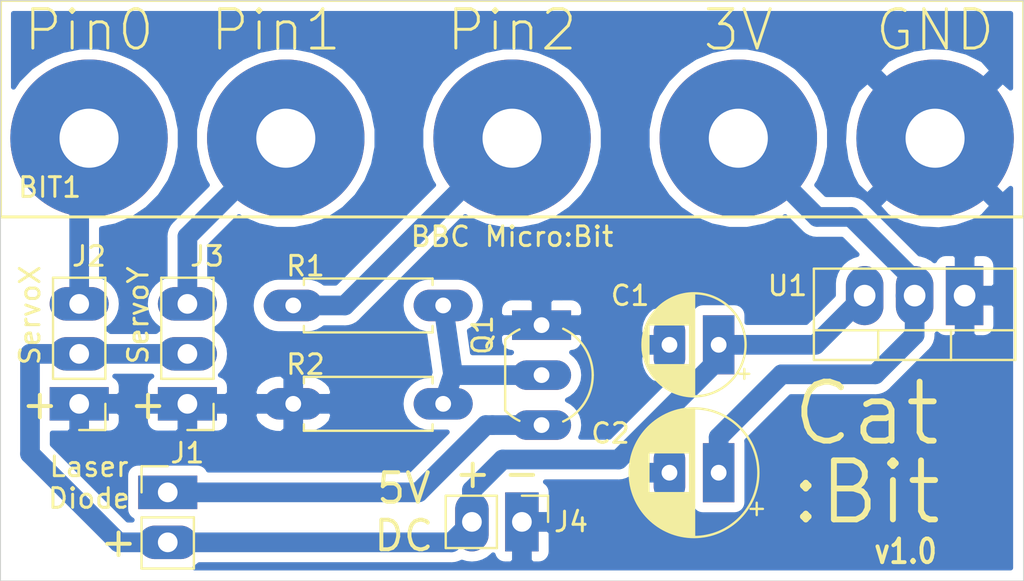
<source format=kicad_pcb>
(kicad_pcb (version 20171130) (host pcbnew 5.1.5-1.fc31)

  (general
    (thickness 1.6)
    (drawings 17)
    (tracks 38)
    (zones 0)
    (modules 11)
    (nets 9)
  )

  (page A4)
  (layers
    (0 F.Cu signal hide)
    (31 B.Cu signal)
    (32 B.Adhes user hide)
    (33 F.Adhes user hide)
    (34 B.Paste user hide)
    (35 F.Paste user hide)
    (36 B.SilkS user hide)
    (37 F.SilkS user)
    (38 B.Mask user hide)
    (39 F.Mask user hide)
    (40 Dwgs.User user hide)
    (41 Cmts.User user hide)
    (42 Eco1.User user hide)
    (43 Eco2.User user hide)
    (44 Edge.Cuts user)
    (45 Margin user hide)
    (46 B.CrtYd user hide)
    (47 F.CrtYd user hide)
    (48 B.Fab user hide)
    (49 F.Fab user hide)
  )

  (setup
    (last_trace_width 1)
    (trace_clearance 0.5)
    (zone_clearance 0.508)
    (zone_45_only no)
    (trace_min 0.2)
    (via_size 0.8)
    (via_drill 0.4)
    (via_min_size 0.4)
    (via_min_drill 0.3)
    (uvia_size 0.3)
    (uvia_drill 0.1)
    (uvias_allowed no)
    (uvia_min_size 0.2)
    (uvia_min_drill 0.1)
    (edge_width 0.05)
    (segment_width 0.2)
    (pcb_text_width 0.3)
    (pcb_text_size 1.5 1.5)
    (mod_edge_width 0.12)
    (mod_text_size 1 1)
    (mod_text_width 0.15)
    (pad_size 3 1.6)
    (pad_drill 0.8)
    (pad_to_mask_clearance 0.051)
    (solder_mask_min_width 0.25)
    (aux_axis_origin 152.3 129.9)
    (grid_origin 152.3 129.9)
    (visible_elements FFFFFF7F)
    (pcbplotparams
      (layerselection 0x01000_fffffffe)
      (usegerberextensions false)
      (usegerberattributes false)
      (usegerberadvancedattributes false)
      (creategerberjobfile false)
      (excludeedgelayer true)
      (linewidth 0.100000)
      (plotframeref false)
      (viasonmask false)
      (mode 1)
      (useauxorigin true)
      (hpglpennumber 1)
      (hpglpenspeed 20)
      (hpglpendiameter 15.000000)
      (psnegative false)
      (psa4output false)
      (plotreference true)
      (plotvalue true)
      (plotinvisibletext false)
      (padsonsilk false)
      (subtractmaskfromsilk false)
      (outputformat 1)
      (mirror false)
      (drillshape 0)
      (scaleselection 1)
      (outputdirectory ""))
  )

  (net 0 "")
  (net 1 GND)
  (net 2 5V)
  (net 3 3V)
  (net 4 Y)
  (net 5 "Net-(J1-Pad1)")
  (net 6 "Net-(Q1-Pad2)")
  (net 7 X)
  (net 8 LASER)

  (net_class Default "This is the default net class."
    (clearance 0.5)
    (trace_width 1)
    (via_dia 0.8)
    (via_drill 0.4)
    (uvia_dia 0.3)
    (uvia_drill 0.1)
    (add_net 3V)
    (add_net 5V)
    (add_net GND)
    (add_net LASER)
    (add_net "Net-(J1-Pad1)")
    (add_net "Net-(Q1-Pad2)")
    (add_net X)
    (add_net Y)
  )

  (module catbit:MicroBit (layer F.Cu) (tedit 5EA6D6EA) (tstamp 5EA736D0)
    (at 152.3 129.9)
    (path /5EA74BB3)
    (fp_text reference BIT1 (at -23.5 2.5) (layer F.SilkS)
      (effects (font (size 1 1) (thickness 0.15)))
    )
    (fp_text value BBC-MicroBit (at -1.5 -12.5) (layer F.Fab)
      (effects (font (size 1 1) (thickness 0.15)))
    )
    (fp_text user GND (at 21.5 -5.5) (layer F.SilkS)
      (effects (font (size 2 2) (thickness 0.15)))
    )
    (fp_text user 3V (at 11.5 -5.5) (layer F.SilkS)
      (effects (font (size 2 2) (thickness 0.15)))
    )
    (fp_text user Pin2 (at 0 -5.5) (layer F.SilkS)
      (effects (font (size 2 2) (thickness 0.15)))
    )
    (fp_text user Pin1 (at -12 -5.5) (layer F.SilkS)
      (effects (font (size 2 2) (thickness 0.15)))
    )
    (fp_text user Pin0 (at -21.5 -5.5) (layer F.SilkS)
      (effects (font (size 2 2) (thickness 0.15)))
    )
    (fp_line (start 26 4) (end -26 4) (layer F.SilkS) (width 0.15))
    (fp_line (start 26 -7) (end 26 4) (layer F.SilkS) (width 0.15))
    (fp_line (start -26 -7) (end 26 -7) (layer F.SilkS) (width 0.15))
    (fp_line (start -26 4) (end -26 -7) (layer F.SilkS) (width 0.15))
    (pad 1 thru_hole circle (at 21.5 0) (size 8 8) (drill 3) (layers *.Cu *.Mask)
      (net 1 GND))
    (pad 2 thru_hole circle (at 11.5 0) (size 8 8) (drill 3) (layers *.Cu *.Mask)
      (net 3 3V))
    (pad 5 thru_hole circle (at -21.5 0) (size 8 8) (drill 3) (layers *.Cu *.Mask)
      (net 7 X))
    (pad 4 thru_hole circle (at -11.5 0) (size 8 8) (drill 3) (layers *.Cu *.Mask)
      (net 4 Y))
    (pad 3 thru_hole circle (at 0 0) (size 8 8) (drill 3) (layers *.Cu *.Mask)
      (net 8 LASER))
  )

  (module Package_TO_SOT_THT:TO-220-3_Vertical (layer F.Cu) (tedit 5EA6DBBA) (tstamp 5EA73918)
    (at 175.3 137.9 180)
    (descr "TO-220-3, Vertical, RM 2.54mm, see https://www.vishay.com/docs/66542/to-220-1.pdf")
    (tags "TO-220-3 Vertical RM 2.54mm")
    (path /5EA77872)
    (fp_text reference U1 (at 9 0.5) (layer F.SilkS)
      (effects (font (size 1 1) (thickness 0.15)))
    )
    (fp_text value LD33 (at 2.54 2.5) (layer F.Fab)
      (effects (font (size 1 1) (thickness 0.15)))
    )
    (fp_text user %R (at 2.54 -4.27) (layer F.Fab)
      (effects (font (size 1 1) (thickness 0.15)))
    )
    (fp_line (start 7.79 -3.4) (end -2.71 -3.4) (layer F.CrtYd) (width 0.05))
    (fp_line (start 7.79 1.51) (end 7.79 -3.4) (layer F.CrtYd) (width 0.05))
    (fp_line (start -2.71 1.51) (end 7.79 1.51) (layer F.CrtYd) (width 0.05))
    (fp_line (start -2.71 -3.4) (end -2.71 1.51) (layer F.CrtYd) (width 0.05))
    (fp_line (start 4.391 -3.27) (end 4.391 -1.76) (layer F.SilkS) (width 0.12))
    (fp_line (start 0.69 -3.27) (end 0.69 -1.76) (layer F.SilkS) (width 0.12))
    (fp_line (start -2.58 -1.76) (end 7.66 -1.76) (layer F.SilkS) (width 0.12))
    (fp_line (start 7.66 -3.27) (end 7.66 1.371) (layer F.SilkS) (width 0.12))
    (fp_line (start -2.58 -3.27) (end -2.58 1.371) (layer F.SilkS) (width 0.12))
    (fp_line (start -2.58 1.371) (end 7.66 1.371) (layer F.SilkS) (width 0.12))
    (fp_line (start -2.58 -3.27) (end 7.66 -3.27) (layer F.SilkS) (width 0.12))
    (fp_line (start 4.39 -3.15) (end 4.39 -1.88) (layer F.Fab) (width 0.1))
    (fp_line (start 0.69 -3.15) (end 0.69 -1.88) (layer F.Fab) (width 0.1))
    (fp_line (start -2.46 -1.88) (end 7.54 -1.88) (layer F.Fab) (width 0.1))
    (fp_line (start 7.54 -3.15) (end -2.46 -3.15) (layer F.Fab) (width 0.1))
    (fp_line (start 7.54 1.25) (end 7.54 -3.15) (layer F.Fab) (width 0.1))
    (fp_line (start -2.46 1.25) (end 7.54 1.25) (layer F.Fab) (width 0.1))
    (fp_line (start -2.46 -3.15) (end -2.46 1.25) (layer F.Fab) (width 0.1))
    (pad 3 thru_hole oval (at 5.08 0 180) (size 1.905 3) (drill 1.1) (layers *.Cu *.Mask)
      (net 2 5V))
    (pad 2 thru_hole oval (at 2.54 0 180) (size 1.905 3) (drill 1.1) (layers *.Cu *.Mask)
      (net 3 3V))
    (pad 1 thru_hole rect (at 0 0 180) (size 1.905 3) (drill 1.1) (layers *.Cu *.Mask)
      (net 1 GND))
    (model ${KISYS3DMOD}/Package_TO_SOT_THT.3dshapes/TO-220-3_Vertical.wrl
      (at (xyz 0 0 0))
      (scale (xyz 1 1 1))
      (rotate (xyz 0 0 0))
    )
  )

  (module Capacitor_THT:CP_Radial_D6.3mm_P2.50mm (layer F.Cu) (tedit 5EA6DB5D) (tstamp 5EA734D9)
    (at 162.8 146.9 180)
    (descr "CP, Radial series, Radial, pin pitch=2.50mm, , diameter=6.3mm, Electrolytic Capacitor")
    (tags "CP Radial series Radial pin pitch 2.50mm  diameter 6.3mm Electrolytic Capacitor")
    (path /5EA7B32E)
    (fp_text reference C2 (at 5.5 2) (layer F.SilkS)
      (effects (font (size 1 1) (thickness 0.15)))
    )
    (fp_text value 100uF (at 1.25 4.4) (layer F.Fab)
      (effects (font (size 1 1) (thickness 0.15)))
    )
    (fp_text user %R (at 1.25 0) (layer F.Fab)
      (effects (font (size 1 1) (thickness 0.15)))
    )
    (fp_line (start -1.935241 -2.154) (end -1.935241 -1.524) (layer F.SilkS) (width 0.12))
    (fp_line (start -2.250241 -1.839) (end -1.620241 -1.839) (layer F.SilkS) (width 0.12))
    (fp_line (start 4.491 -0.402) (end 4.491 0.402) (layer F.SilkS) (width 0.12))
    (fp_line (start 4.451 -0.633) (end 4.451 0.633) (layer F.SilkS) (width 0.12))
    (fp_line (start 4.411 -0.802) (end 4.411 0.802) (layer F.SilkS) (width 0.12))
    (fp_line (start 4.371 -0.94) (end 4.371 0.94) (layer F.SilkS) (width 0.12))
    (fp_line (start 4.331 -1.059) (end 4.331 1.059) (layer F.SilkS) (width 0.12))
    (fp_line (start 4.291 -1.165) (end 4.291 1.165) (layer F.SilkS) (width 0.12))
    (fp_line (start 4.251 -1.262) (end 4.251 1.262) (layer F.SilkS) (width 0.12))
    (fp_line (start 4.211 -1.35) (end 4.211 1.35) (layer F.SilkS) (width 0.12))
    (fp_line (start 4.171 -1.432) (end 4.171 1.432) (layer F.SilkS) (width 0.12))
    (fp_line (start 4.131 -1.509) (end 4.131 1.509) (layer F.SilkS) (width 0.12))
    (fp_line (start 4.091 -1.581) (end 4.091 1.581) (layer F.SilkS) (width 0.12))
    (fp_line (start 4.051 -1.65) (end 4.051 1.65) (layer F.SilkS) (width 0.12))
    (fp_line (start 4.011 -1.714) (end 4.011 1.714) (layer F.SilkS) (width 0.12))
    (fp_line (start 3.971 -1.776) (end 3.971 1.776) (layer F.SilkS) (width 0.12))
    (fp_line (start 3.931 -1.834) (end 3.931 1.834) (layer F.SilkS) (width 0.12))
    (fp_line (start 3.891 -1.89) (end 3.891 1.89) (layer F.SilkS) (width 0.12))
    (fp_line (start 3.851 -1.944) (end 3.851 1.944) (layer F.SilkS) (width 0.12))
    (fp_line (start 3.811 -1.995) (end 3.811 1.995) (layer F.SilkS) (width 0.12))
    (fp_line (start 3.771 -2.044) (end 3.771 2.044) (layer F.SilkS) (width 0.12))
    (fp_line (start 3.731 -2.092) (end 3.731 2.092) (layer F.SilkS) (width 0.12))
    (fp_line (start 3.691 -2.137) (end 3.691 2.137) (layer F.SilkS) (width 0.12))
    (fp_line (start 3.651 -2.182) (end 3.651 2.182) (layer F.SilkS) (width 0.12))
    (fp_line (start 3.611 -2.224) (end 3.611 2.224) (layer F.SilkS) (width 0.12))
    (fp_line (start 3.571 -2.265) (end 3.571 2.265) (layer F.SilkS) (width 0.12))
    (fp_line (start 3.531 1.04) (end 3.531 2.305) (layer F.SilkS) (width 0.12))
    (fp_line (start 3.531 -2.305) (end 3.531 -1.04) (layer F.SilkS) (width 0.12))
    (fp_line (start 3.491 1.04) (end 3.491 2.343) (layer F.SilkS) (width 0.12))
    (fp_line (start 3.491 -2.343) (end 3.491 -1.04) (layer F.SilkS) (width 0.12))
    (fp_line (start 3.451 1.04) (end 3.451 2.38) (layer F.SilkS) (width 0.12))
    (fp_line (start 3.451 -2.38) (end 3.451 -1.04) (layer F.SilkS) (width 0.12))
    (fp_line (start 3.411 1.04) (end 3.411 2.416) (layer F.SilkS) (width 0.12))
    (fp_line (start 3.411 -2.416) (end 3.411 -1.04) (layer F.SilkS) (width 0.12))
    (fp_line (start 3.371 1.04) (end 3.371 2.45) (layer F.SilkS) (width 0.12))
    (fp_line (start 3.371 -2.45) (end 3.371 -1.04) (layer F.SilkS) (width 0.12))
    (fp_line (start 3.331 1.04) (end 3.331 2.484) (layer F.SilkS) (width 0.12))
    (fp_line (start 3.331 -2.484) (end 3.331 -1.04) (layer F.SilkS) (width 0.12))
    (fp_line (start 3.291 1.04) (end 3.291 2.516) (layer F.SilkS) (width 0.12))
    (fp_line (start 3.291 -2.516) (end 3.291 -1.04) (layer F.SilkS) (width 0.12))
    (fp_line (start 3.251 1.04) (end 3.251 2.548) (layer F.SilkS) (width 0.12))
    (fp_line (start 3.251 -2.548) (end 3.251 -1.04) (layer F.SilkS) (width 0.12))
    (fp_line (start 3.211 1.04) (end 3.211 2.578) (layer F.SilkS) (width 0.12))
    (fp_line (start 3.211 -2.578) (end 3.211 -1.04) (layer F.SilkS) (width 0.12))
    (fp_line (start 3.171 1.04) (end 3.171 2.607) (layer F.SilkS) (width 0.12))
    (fp_line (start 3.171 -2.607) (end 3.171 -1.04) (layer F.SilkS) (width 0.12))
    (fp_line (start 3.131 1.04) (end 3.131 2.636) (layer F.SilkS) (width 0.12))
    (fp_line (start 3.131 -2.636) (end 3.131 -1.04) (layer F.SilkS) (width 0.12))
    (fp_line (start 3.091 1.04) (end 3.091 2.664) (layer F.SilkS) (width 0.12))
    (fp_line (start 3.091 -2.664) (end 3.091 -1.04) (layer F.SilkS) (width 0.12))
    (fp_line (start 3.051 1.04) (end 3.051 2.69) (layer F.SilkS) (width 0.12))
    (fp_line (start 3.051 -2.69) (end 3.051 -1.04) (layer F.SilkS) (width 0.12))
    (fp_line (start 3.011 1.04) (end 3.011 2.716) (layer F.SilkS) (width 0.12))
    (fp_line (start 3.011 -2.716) (end 3.011 -1.04) (layer F.SilkS) (width 0.12))
    (fp_line (start 2.971 1.04) (end 2.971 2.742) (layer F.SilkS) (width 0.12))
    (fp_line (start 2.971 -2.742) (end 2.971 -1.04) (layer F.SilkS) (width 0.12))
    (fp_line (start 2.931 1.04) (end 2.931 2.766) (layer F.SilkS) (width 0.12))
    (fp_line (start 2.931 -2.766) (end 2.931 -1.04) (layer F.SilkS) (width 0.12))
    (fp_line (start 2.891 1.04) (end 2.891 2.79) (layer F.SilkS) (width 0.12))
    (fp_line (start 2.891 -2.79) (end 2.891 -1.04) (layer F.SilkS) (width 0.12))
    (fp_line (start 2.851 1.04) (end 2.851 2.812) (layer F.SilkS) (width 0.12))
    (fp_line (start 2.851 -2.812) (end 2.851 -1.04) (layer F.SilkS) (width 0.12))
    (fp_line (start 2.811 1.04) (end 2.811 2.834) (layer F.SilkS) (width 0.12))
    (fp_line (start 2.811 -2.834) (end 2.811 -1.04) (layer F.SilkS) (width 0.12))
    (fp_line (start 2.771 1.04) (end 2.771 2.856) (layer F.SilkS) (width 0.12))
    (fp_line (start 2.771 -2.856) (end 2.771 -1.04) (layer F.SilkS) (width 0.12))
    (fp_line (start 2.731 1.04) (end 2.731 2.876) (layer F.SilkS) (width 0.12))
    (fp_line (start 2.731 -2.876) (end 2.731 -1.04) (layer F.SilkS) (width 0.12))
    (fp_line (start 2.691 1.04) (end 2.691 2.896) (layer F.SilkS) (width 0.12))
    (fp_line (start 2.691 -2.896) (end 2.691 -1.04) (layer F.SilkS) (width 0.12))
    (fp_line (start 2.651 1.04) (end 2.651 2.916) (layer F.SilkS) (width 0.12))
    (fp_line (start 2.651 -2.916) (end 2.651 -1.04) (layer F.SilkS) (width 0.12))
    (fp_line (start 2.611 1.04) (end 2.611 2.934) (layer F.SilkS) (width 0.12))
    (fp_line (start 2.611 -2.934) (end 2.611 -1.04) (layer F.SilkS) (width 0.12))
    (fp_line (start 2.571 1.04) (end 2.571 2.952) (layer F.SilkS) (width 0.12))
    (fp_line (start 2.571 -2.952) (end 2.571 -1.04) (layer F.SilkS) (width 0.12))
    (fp_line (start 2.531 1.04) (end 2.531 2.97) (layer F.SilkS) (width 0.12))
    (fp_line (start 2.531 -2.97) (end 2.531 -1.04) (layer F.SilkS) (width 0.12))
    (fp_line (start 2.491 1.04) (end 2.491 2.986) (layer F.SilkS) (width 0.12))
    (fp_line (start 2.491 -2.986) (end 2.491 -1.04) (layer F.SilkS) (width 0.12))
    (fp_line (start 2.451 1.04) (end 2.451 3.002) (layer F.SilkS) (width 0.12))
    (fp_line (start 2.451 -3.002) (end 2.451 -1.04) (layer F.SilkS) (width 0.12))
    (fp_line (start 2.411 1.04) (end 2.411 3.018) (layer F.SilkS) (width 0.12))
    (fp_line (start 2.411 -3.018) (end 2.411 -1.04) (layer F.SilkS) (width 0.12))
    (fp_line (start 2.371 1.04) (end 2.371 3.033) (layer F.SilkS) (width 0.12))
    (fp_line (start 2.371 -3.033) (end 2.371 -1.04) (layer F.SilkS) (width 0.12))
    (fp_line (start 2.331 1.04) (end 2.331 3.047) (layer F.SilkS) (width 0.12))
    (fp_line (start 2.331 -3.047) (end 2.331 -1.04) (layer F.SilkS) (width 0.12))
    (fp_line (start 2.291 1.04) (end 2.291 3.061) (layer F.SilkS) (width 0.12))
    (fp_line (start 2.291 -3.061) (end 2.291 -1.04) (layer F.SilkS) (width 0.12))
    (fp_line (start 2.251 1.04) (end 2.251 3.074) (layer F.SilkS) (width 0.12))
    (fp_line (start 2.251 -3.074) (end 2.251 -1.04) (layer F.SilkS) (width 0.12))
    (fp_line (start 2.211 1.04) (end 2.211 3.086) (layer F.SilkS) (width 0.12))
    (fp_line (start 2.211 -3.086) (end 2.211 -1.04) (layer F.SilkS) (width 0.12))
    (fp_line (start 2.171 1.04) (end 2.171 3.098) (layer F.SilkS) (width 0.12))
    (fp_line (start 2.171 -3.098) (end 2.171 -1.04) (layer F.SilkS) (width 0.12))
    (fp_line (start 2.131 1.04) (end 2.131 3.11) (layer F.SilkS) (width 0.12))
    (fp_line (start 2.131 -3.11) (end 2.131 -1.04) (layer F.SilkS) (width 0.12))
    (fp_line (start 2.091 1.04) (end 2.091 3.121) (layer F.SilkS) (width 0.12))
    (fp_line (start 2.091 -3.121) (end 2.091 -1.04) (layer F.SilkS) (width 0.12))
    (fp_line (start 2.051 1.04) (end 2.051 3.131) (layer F.SilkS) (width 0.12))
    (fp_line (start 2.051 -3.131) (end 2.051 -1.04) (layer F.SilkS) (width 0.12))
    (fp_line (start 2.011 1.04) (end 2.011 3.141) (layer F.SilkS) (width 0.12))
    (fp_line (start 2.011 -3.141) (end 2.011 -1.04) (layer F.SilkS) (width 0.12))
    (fp_line (start 1.971 1.04) (end 1.971 3.15) (layer F.SilkS) (width 0.12))
    (fp_line (start 1.971 -3.15) (end 1.971 -1.04) (layer F.SilkS) (width 0.12))
    (fp_line (start 1.93 1.04) (end 1.93 3.159) (layer F.SilkS) (width 0.12))
    (fp_line (start 1.93 -3.159) (end 1.93 -1.04) (layer F.SilkS) (width 0.12))
    (fp_line (start 1.89 1.04) (end 1.89 3.167) (layer F.SilkS) (width 0.12))
    (fp_line (start 1.89 -3.167) (end 1.89 -1.04) (layer F.SilkS) (width 0.12))
    (fp_line (start 1.85 1.04) (end 1.85 3.175) (layer F.SilkS) (width 0.12))
    (fp_line (start 1.85 -3.175) (end 1.85 -1.04) (layer F.SilkS) (width 0.12))
    (fp_line (start 1.81 1.04) (end 1.81 3.182) (layer F.SilkS) (width 0.12))
    (fp_line (start 1.81 -3.182) (end 1.81 -1.04) (layer F.SilkS) (width 0.12))
    (fp_line (start 1.77 1.04) (end 1.77 3.189) (layer F.SilkS) (width 0.12))
    (fp_line (start 1.77 -3.189) (end 1.77 -1.04) (layer F.SilkS) (width 0.12))
    (fp_line (start 1.73 1.04) (end 1.73 3.195) (layer F.SilkS) (width 0.12))
    (fp_line (start 1.73 -3.195) (end 1.73 -1.04) (layer F.SilkS) (width 0.12))
    (fp_line (start 1.69 1.04) (end 1.69 3.201) (layer F.SilkS) (width 0.12))
    (fp_line (start 1.69 -3.201) (end 1.69 -1.04) (layer F.SilkS) (width 0.12))
    (fp_line (start 1.65 1.04) (end 1.65 3.206) (layer F.SilkS) (width 0.12))
    (fp_line (start 1.65 -3.206) (end 1.65 -1.04) (layer F.SilkS) (width 0.12))
    (fp_line (start 1.61 1.04) (end 1.61 3.211) (layer F.SilkS) (width 0.12))
    (fp_line (start 1.61 -3.211) (end 1.61 -1.04) (layer F.SilkS) (width 0.12))
    (fp_line (start 1.57 1.04) (end 1.57 3.215) (layer F.SilkS) (width 0.12))
    (fp_line (start 1.57 -3.215) (end 1.57 -1.04) (layer F.SilkS) (width 0.12))
    (fp_line (start 1.53 1.04) (end 1.53 3.218) (layer F.SilkS) (width 0.12))
    (fp_line (start 1.53 -3.218) (end 1.53 -1.04) (layer F.SilkS) (width 0.12))
    (fp_line (start 1.49 1.04) (end 1.49 3.222) (layer F.SilkS) (width 0.12))
    (fp_line (start 1.49 -3.222) (end 1.49 -1.04) (layer F.SilkS) (width 0.12))
    (fp_line (start 1.45 -3.224) (end 1.45 3.224) (layer F.SilkS) (width 0.12))
    (fp_line (start 1.41 -3.227) (end 1.41 3.227) (layer F.SilkS) (width 0.12))
    (fp_line (start 1.37 -3.228) (end 1.37 3.228) (layer F.SilkS) (width 0.12))
    (fp_line (start 1.33 -3.23) (end 1.33 3.23) (layer F.SilkS) (width 0.12))
    (fp_line (start 1.29 -3.23) (end 1.29 3.23) (layer F.SilkS) (width 0.12))
    (fp_line (start 1.25 -3.23) (end 1.25 3.23) (layer F.SilkS) (width 0.12))
    (fp_line (start -1.128972 -1.6885) (end -1.128972 -1.0585) (layer F.Fab) (width 0.1))
    (fp_line (start -1.443972 -1.3735) (end -0.813972 -1.3735) (layer F.Fab) (width 0.1))
    (fp_circle (center 1.25 0) (end 4.65 0) (layer F.CrtYd) (width 0.05))
    (fp_circle (center 1.25 0) (end 4.52 0) (layer F.SilkS) (width 0.12))
    (fp_circle (center 1.25 0) (end 4.4 0) (layer F.Fab) (width 0.1))
    (pad 2 thru_hole oval (at 2.5 0 180) (size 1.6 3) (drill 0.8) (layers *.Cu *.Mask)
      (net 1 GND))
    (pad 1 thru_hole rect (at 0 0 180) (size 1.6 3) (drill 0.8) (layers *.Cu *.Mask)
      (net 3 3V))
    (model ${KISYS3DMOD}/Capacitor_THT.3dshapes/CP_Radial_D6.3mm_P2.50mm.wrl
      (at (xyz 0 0 0))
      (scale (xyz 1 1 1))
      (rotate (xyz 0 0 0))
    )
  )

  (module Package_TO_SOT_THT:TO-92_Inline_Wide (layer F.Cu) (tedit 5EA6DBF0) (tstamp 5EA77691)
    (at 153.8 139.4 270)
    (descr "TO-92 leads in-line, wide, drill 0.75mm (see NXP sot054_po.pdf)")
    (tags "to-92 sc-43 sc-43a sot54 PA33 transistor")
    (path /5EA78FB1)
    (fp_text reference Q1 (at 0.5 3 90) (layer F.SilkS)
      (effects (font (size 1 1) (thickness 0.15)))
    )
    (fp_text value 2N7000 (at 2.54 2.79 90) (layer F.Fab)
      (effects (font (size 1 1) (thickness 0.15)))
    )
    (fp_arc (start 2.54 0) (end 4.34 1.85) (angle -20) (layer F.SilkS) (width 0.12))
    (fp_arc (start 2.54 0) (end 2.54 -2.48) (angle -135) (layer F.Fab) (width 0.1))
    (fp_arc (start 2.54 0) (end 2.54 -2.48) (angle 135) (layer F.Fab) (width 0.1))
    (fp_arc (start 2.54 0) (end 2.54 -2.6) (angle 65) (layer F.SilkS) (width 0.12))
    (fp_arc (start 2.54 0) (end 2.54 -2.6) (angle -65) (layer F.SilkS) (width 0.12))
    (fp_arc (start 2.54 0) (end 0.74 1.85) (angle 20) (layer F.SilkS) (width 0.12))
    (fp_line (start 6.09 2.01) (end -1.01 2.01) (layer F.CrtYd) (width 0.05))
    (fp_line (start 6.09 2.01) (end 6.09 -2.73) (layer F.CrtYd) (width 0.05))
    (fp_line (start -1.01 -2.73) (end -1.01 2.01) (layer F.CrtYd) (width 0.05))
    (fp_line (start -1.01 -2.73) (end 6.09 -2.73) (layer F.CrtYd) (width 0.05))
    (fp_line (start 0.8 1.75) (end 4.3 1.75) (layer F.Fab) (width 0.1))
    (fp_line (start 0.74 1.85) (end 4.34 1.85) (layer F.SilkS) (width 0.12))
    (fp_text user %R (at 2.54 -3.56 90) (layer F.Fab)
      (effects (font (size 1 1) (thickness 0.15)))
    )
    (pad 1 thru_hole rect (at 0 0) (size 3 1.5) (drill 0.8) (layers *.Cu *.Mask)
      (net 1 GND))
    (pad 3 thru_hole oval (at 5.08 0) (size 3 1.5) (drill 0.8) (layers *.Cu *.Mask)
      (net 5 "Net-(J1-Pad1)"))
    (pad 2 thru_hole oval (at 2.54 0) (size 3 1.5) (drill 0.8) (layers *.Cu *.Mask)
      (net 6 "Net-(Q1-Pad2)"))
    (model ${KISYS3DMOD}/Package_TO_SOT_THT.3dshapes/TO-92_Inline_Wide.wrl
      (at (xyz 0 0 0))
      (scale (xyz 1 1 1))
      (rotate (xyz 0 0 0))
    )
  )

  (module Resistor_THT:R_Axial_DIN0207_L6.3mm_D2.5mm_P7.62mm_Horizontal (layer F.Cu) (tedit 5AE5139B) (tstamp 5EA7762D)
    (at 141.18 143.4)
    (descr "Resistor, Axial_DIN0207 series, Axial, Horizontal, pin pitch=7.62mm, 0.25W = 1/4W, length*diameter=6.3*2.5mm^2, http://cdn-reichelt.de/documents/datenblatt/B400/1_4W%23YAG.pdf")
    (tags "Resistor Axial_DIN0207 series Axial Horizontal pin pitch 7.62mm 0.25W = 1/4W length 6.3mm diameter 2.5mm")
    (path /5EA7A163)
    (fp_text reference R2 (at 0.62 -2) (layer F.SilkS)
      (effects (font (size 1 1) (thickness 0.15)))
    )
    (fp_text value 10K (at 3.81 2.37) (layer F.Fab)
      (effects (font (size 1 1) (thickness 0.15)))
    )
    (fp_text user %R (at 3.81 0) (layer F.Fab)
      (effects (font (size 1 1) (thickness 0.15)))
    )
    (fp_line (start 8.67 -1.5) (end -1.05 -1.5) (layer F.CrtYd) (width 0.05))
    (fp_line (start 8.67 1.5) (end 8.67 -1.5) (layer F.CrtYd) (width 0.05))
    (fp_line (start -1.05 1.5) (end 8.67 1.5) (layer F.CrtYd) (width 0.05))
    (fp_line (start -1.05 -1.5) (end -1.05 1.5) (layer F.CrtYd) (width 0.05))
    (fp_line (start 7.08 1.37) (end 7.08 1.04) (layer F.SilkS) (width 0.12))
    (fp_line (start 0.54 1.37) (end 7.08 1.37) (layer F.SilkS) (width 0.12))
    (fp_line (start 0.54 1.04) (end 0.54 1.37) (layer F.SilkS) (width 0.12))
    (fp_line (start 7.08 -1.37) (end 7.08 -1.04) (layer F.SilkS) (width 0.12))
    (fp_line (start 0.54 -1.37) (end 7.08 -1.37) (layer F.SilkS) (width 0.12))
    (fp_line (start 0.54 -1.04) (end 0.54 -1.37) (layer F.SilkS) (width 0.12))
    (fp_line (start 7.62 0) (end 6.96 0) (layer F.Fab) (width 0.1))
    (fp_line (start 0 0) (end 0.66 0) (layer F.Fab) (width 0.1))
    (fp_line (start 6.96 -1.25) (end 0.66 -1.25) (layer F.Fab) (width 0.1))
    (fp_line (start 6.96 1.25) (end 6.96 -1.25) (layer F.Fab) (width 0.1))
    (fp_line (start 0.66 1.25) (end 6.96 1.25) (layer F.Fab) (width 0.1))
    (fp_line (start 0.66 -1.25) (end 0.66 1.25) (layer F.Fab) (width 0.1))
    (pad 2 thru_hole oval (at 7.62 0) (size 3 1.6) (drill 0.8) (layers *.Cu *.Mask)
      (net 6 "Net-(Q1-Pad2)"))
    (pad 1 thru_hole oval (at 0 0) (size 3 1.6) (drill 0.8) (layers *.Cu *.Mask)
      (net 1 GND))
    (model ${KISYS3DMOD}/Resistor_THT.3dshapes/R_Axial_DIN0207_L6.3mm_D2.5mm_P7.62mm_Horizontal.wrl
      (at (xyz 0 0 0))
      (scale (xyz 1 1 1))
      (rotate (xyz 0 0 0))
    )
  )

  (module Resistor_THT:R_Axial_DIN0207_L6.3mm_D2.5mm_P7.62mm_Horizontal (layer F.Cu) (tedit 5EA6DC7C) (tstamp 5EA775EB)
    (at 148.8 138.4 180)
    (descr "Resistor, Axial_DIN0207 series, Axial, Horizontal, pin pitch=7.62mm, 0.25W = 1/4W, length*diameter=6.3*2.5mm^2, http://cdn-reichelt.de/documents/datenblatt/B400/1_4W%23YAG.pdf")
    (tags "Resistor Axial_DIN0207 series Axial Horizontal pin pitch 7.62mm 0.25W = 1/4W length 6.3mm diameter 2.5mm")
    (path /5EA7A7ED)
    (fp_text reference R1 (at 7 2) (layer F.SilkS)
      (effects (font (size 1 1) (thickness 0.15)))
    )
    (fp_text value 220R (at 3.81 2.37) (layer F.Fab)
      (effects (font (size 1 1) (thickness 0.15)))
    )
    (fp_text user %R (at 3.81 0) (layer F.Fab)
      (effects (font (size 1 1) (thickness 0.15)))
    )
    (fp_line (start 8.67 -1.5) (end -1.05 -1.5) (layer F.CrtYd) (width 0.05))
    (fp_line (start 8.67 1.5) (end 8.67 -1.5) (layer F.CrtYd) (width 0.05))
    (fp_line (start -1.05 1.5) (end 8.67 1.5) (layer F.CrtYd) (width 0.05))
    (fp_line (start -1.05 -1.5) (end -1.05 1.5) (layer F.CrtYd) (width 0.05))
    (fp_line (start 7.08 1.37) (end 7.08 1.04) (layer F.SilkS) (width 0.12))
    (fp_line (start 0.54 1.37) (end 7.08 1.37) (layer F.SilkS) (width 0.12))
    (fp_line (start 0.54 1.04) (end 0.54 1.37) (layer F.SilkS) (width 0.12))
    (fp_line (start 7.08 -1.37) (end 7.08 -1.04) (layer F.SilkS) (width 0.12))
    (fp_line (start 0.54 -1.37) (end 7.08 -1.37) (layer F.SilkS) (width 0.12))
    (fp_line (start 0.54 -1.04) (end 0.54 -1.37) (layer F.SilkS) (width 0.12))
    (fp_line (start 7.62 0) (end 6.96 0) (layer F.Fab) (width 0.1))
    (fp_line (start 0 0) (end 0.66 0) (layer F.Fab) (width 0.1))
    (fp_line (start 6.96 -1.25) (end 0.66 -1.25) (layer F.Fab) (width 0.1))
    (fp_line (start 6.96 1.25) (end 6.96 -1.25) (layer F.Fab) (width 0.1))
    (fp_line (start 0.66 1.25) (end 6.96 1.25) (layer F.Fab) (width 0.1))
    (fp_line (start 0.66 -1.25) (end 0.66 1.25) (layer F.Fab) (width 0.1))
    (pad 2 thru_hole oval (at 7.62 0 180) (size 3 1.6) (drill 0.8) (layers *.Cu *.Mask)
      (net 8 LASER))
    (pad 1 thru_hole oval (at 0 0 180) (size 3 1.6) (drill 0.8) (layers *.Cu *.Mask)
      (net 6 "Net-(Q1-Pad2)"))
    (model ${KISYS3DMOD}/Resistor_THT.3dshapes/R_Axial_DIN0207_L6.3mm_D2.5mm_P7.62mm_Horizontal.wrl
      (at (xyz 0 0 0))
      (scale (xyz 1 1 1))
      (rotate (xyz 0 0 0))
    )
  )

  (module Connector_PinHeader_2.54mm:PinHeader_1x02_P2.54mm_Vertical (layer F.Cu) (tedit 59FED5CC) (tstamp 5EA7341C)
    (at 152.8 149.4 270)
    (descr "Through hole straight pin header, 1x02, 2.54mm pitch, single row")
    (tags "Through hole pin header THT 1x02 2.54mm single row")
    (path /5EA7C88F)
    (fp_text reference J4 (at 0 -2.5 180) (layer F.SilkS)
      (effects (font (size 1 1) (thickness 0.15)))
    )
    (fp_text value "5V DC in" (at 0 4.87 90) (layer F.Fab)
      (effects (font (size 1 1) (thickness 0.15)))
    )
    (fp_text user %R (at 0 1.27) (layer F.Fab)
      (effects (font (size 1 1) (thickness 0.15)))
    )
    (fp_line (start 1.8 -1.8) (end -1.8 -1.8) (layer F.CrtYd) (width 0.05))
    (fp_line (start 1.8 4.35) (end 1.8 -1.8) (layer F.CrtYd) (width 0.05))
    (fp_line (start -1.8 4.35) (end 1.8 4.35) (layer F.CrtYd) (width 0.05))
    (fp_line (start -1.8 -1.8) (end -1.8 4.35) (layer F.CrtYd) (width 0.05))
    (fp_line (start -1.33 -1.33) (end 0 -1.33) (layer F.SilkS) (width 0.12))
    (fp_line (start -1.33 0) (end -1.33 -1.33) (layer F.SilkS) (width 0.12))
    (fp_line (start -1.33 1.27) (end 1.33 1.27) (layer F.SilkS) (width 0.12))
    (fp_line (start 1.33 1.27) (end 1.33 3.87) (layer F.SilkS) (width 0.12))
    (fp_line (start -1.33 1.27) (end -1.33 3.87) (layer F.SilkS) (width 0.12))
    (fp_line (start -1.33 3.87) (end 1.33 3.87) (layer F.SilkS) (width 0.12))
    (fp_line (start -1.27 -0.635) (end -0.635 -1.27) (layer F.Fab) (width 0.1))
    (fp_line (start -1.27 3.81) (end -1.27 -0.635) (layer F.Fab) (width 0.1))
    (fp_line (start 1.27 3.81) (end -1.27 3.81) (layer F.Fab) (width 0.1))
    (fp_line (start 1.27 -1.27) (end 1.27 3.81) (layer F.Fab) (width 0.1))
    (fp_line (start -0.635 -1.27) (end 1.27 -1.27) (layer F.Fab) (width 0.1))
    (pad 2 thru_hole oval (at 0 2.54 270) (size 3 1.7) (drill 1) (layers *.Cu *.Mask)
      (net 2 5V))
    (pad 1 thru_hole rect (at 0 0 270) (size 3 1.7) (drill 1) (layers *.Cu *.Mask)
      (net 1 GND))
    (model ${KISYS3DMOD}/Connector_PinHeader_2.54mm.3dshapes/PinHeader_1x02_P2.54mm_Vertical.wrl
      (at (xyz 0 0 0))
      (scale (xyz 1 1 1))
      (rotate (xyz 0 0 0))
    )
  )

  (module Connector_PinHeader_2.54mm:PinHeader_1x03_P2.54mm_Vertical (layer F.Cu) (tedit 59FED5CC) (tstamp 5EA73B23)
    (at 135.8 143.4 180)
    (descr "Through hole straight pin header, 1x03, 2.54mm pitch, single row")
    (tags "Through hole pin header THT 1x03 2.54mm single row")
    (path /5EA87483)
    (fp_text reference J3 (at -1 7.5) (layer F.SilkS)
      (effects (font (size 1 1) (thickness 0.15)))
    )
    (fp_text value ServoY (at -2.5 4.5 270) (layer F.Fab)
      (effects (font (size 1 1) (thickness 0.15)))
    )
    (fp_text user %R (at 0 2.54 90) (layer F.Fab)
      (effects (font (size 1 1) (thickness 0.15)))
    )
    (fp_line (start 1.8 -1.8) (end -1.8 -1.8) (layer F.CrtYd) (width 0.05))
    (fp_line (start 1.8 6.85) (end 1.8 -1.8) (layer F.CrtYd) (width 0.05))
    (fp_line (start -1.8 6.85) (end 1.8 6.85) (layer F.CrtYd) (width 0.05))
    (fp_line (start -1.8 -1.8) (end -1.8 6.85) (layer F.CrtYd) (width 0.05))
    (fp_line (start -1.33 -1.33) (end 0 -1.33) (layer F.SilkS) (width 0.12))
    (fp_line (start -1.33 0) (end -1.33 -1.33) (layer F.SilkS) (width 0.12))
    (fp_line (start -1.33 1.27) (end 1.33 1.27) (layer F.SilkS) (width 0.12))
    (fp_line (start 1.33 1.27) (end 1.33 6.41) (layer F.SilkS) (width 0.12))
    (fp_line (start -1.33 1.27) (end -1.33 6.41) (layer F.SilkS) (width 0.12))
    (fp_line (start -1.33 6.41) (end 1.33 6.41) (layer F.SilkS) (width 0.12))
    (fp_line (start -1.27 -0.635) (end -0.635 -1.27) (layer F.Fab) (width 0.1))
    (fp_line (start -1.27 6.35) (end -1.27 -0.635) (layer F.Fab) (width 0.1))
    (fp_line (start 1.27 6.35) (end -1.27 6.35) (layer F.Fab) (width 0.1))
    (fp_line (start 1.27 -1.27) (end 1.27 6.35) (layer F.Fab) (width 0.1))
    (fp_line (start -0.635 -1.27) (end 1.27 -1.27) (layer F.Fab) (width 0.1))
    (pad 3 thru_hole oval (at 0 5.08 180) (size 3 1.7) (drill 1) (layers *.Cu *.Mask)
      (net 4 Y))
    (pad 2 thru_hole oval (at 0 2.54 180) (size 3 1.7) (drill 1) (layers *.Cu *.Mask)
      (net 2 5V))
    (pad 1 thru_hole rect (at 0 0 180) (size 3 1.7) (drill 1) (layers *.Cu *.Mask)
      (net 1 GND))
    (model ${KISYS3DMOD}/Connector_PinHeader_2.54mm.3dshapes/PinHeader_1x03_P2.54mm_Vertical.wrl
      (at (xyz 0 0 0))
      (scale (xyz 1 1 1))
      (rotate (xyz 0 0 0))
    )
  )

  (module Connector_PinHeader_2.54mm:PinHeader_1x03_P2.54mm_Vertical (layer F.Cu) (tedit 5EA6DAE2) (tstamp 5EA739D2)
    (at 130.3 143.4 180)
    (descr "Through hole straight pin header, 1x03, 2.54mm pitch, single row")
    (tags "Through hole pin header THT 1x03 2.54mm single row")
    (path /5EA86C4D)
    (fp_text reference J2 (at -0.5 7.5) (layer F.SilkS)
      (effects (font (size 1 1) (thickness 0.15)))
    )
    (fp_text value ServoX (at -2.5 4.5 270) (layer F.Fab)
      (effects (font (size 1 1) (thickness 0.15)))
    )
    (fp_text user %R (at 0 2.54 90) (layer F.Fab)
      (effects (font (size 1 1) (thickness 0.15)))
    )
    (fp_line (start 1.8 -1.8) (end -1.8 -1.8) (layer F.CrtYd) (width 0.05))
    (fp_line (start 1.8 6.85) (end 1.8 -1.8) (layer F.CrtYd) (width 0.05))
    (fp_line (start -1.8 6.85) (end 1.8 6.85) (layer F.CrtYd) (width 0.05))
    (fp_line (start -1.8 -1.8) (end -1.8 6.85) (layer F.CrtYd) (width 0.05))
    (fp_line (start -1.33 -1.33) (end 0 -1.33) (layer F.SilkS) (width 0.12))
    (fp_line (start -1.33 0) (end -1.33 -1.33) (layer F.SilkS) (width 0.12))
    (fp_line (start -1.33 1.27) (end 1.33 1.27) (layer F.SilkS) (width 0.12))
    (fp_line (start 1.33 1.27) (end 1.33 6.41) (layer F.SilkS) (width 0.12))
    (fp_line (start -1.33 1.27) (end -1.33 6.41) (layer F.SilkS) (width 0.12))
    (fp_line (start -1.33 6.41) (end 1.33 6.41) (layer F.SilkS) (width 0.12))
    (fp_line (start -1.27 -0.635) (end -0.635 -1.27) (layer F.Fab) (width 0.1))
    (fp_line (start -1.27 6.35) (end -1.27 -0.635) (layer F.Fab) (width 0.1))
    (fp_line (start 1.27 6.35) (end -1.27 6.35) (layer F.Fab) (width 0.1))
    (fp_line (start 1.27 -1.27) (end 1.27 6.35) (layer F.Fab) (width 0.1))
    (fp_line (start -0.635 -1.27) (end 1.27 -1.27) (layer F.Fab) (width 0.1))
    (pad 3 thru_hole oval (at 0 5.08 180) (size 3 1.7) (drill 1) (layers *.Cu *.Mask)
      (net 7 X))
    (pad 2 thru_hole oval (at 0 2.54 180) (size 3 1.7) (drill 1) (layers *.Cu *.Mask)
      (net 2 5V))
    (pad 1 thru_hole rect (at 0 0 180) (size 3 1.7) (drill 1) (layers *.Cu *.Mask)
      (net 1 GND))
    (model ${KISYS3DMOD}/Connector_PinHeader_2.54mm.3dshapes/PinHeader_1x03_P2.54mm_Vertical.wrl
      (at (xyz 0 0 0))
      (scale (xyz 1 1 1))
      (rotate (xyz 0 0 0))
    )
  )

  (module Connector_PinHeader_2.54mm:PinHeader_1x02_P2.54mm_Vertical (layer F.Cu) (tedit 59FED5CC) (tstamp 5EA74CA8)
    (at 134.8 147.9)
    (descr "Through hole straight pin header, 1x02, 2.54mm pitch, single row")
    (tags "Through hole pin header THT 1x02 2.54mm single row")
    (path /5EA860B1)
    (fp_text reference J1 (at 1 -2) (layer F.SilkS)
      (effects (font (size 1 1) (thickness 0.15)))
    )
    (fp_text value "5V LED Laser" (at -2.5 -1 270) (layer F.Fab)
      (effects (font (size 1 1) (thickness 0.15)))
    )
    (fp_text user %R (at 0 1.27 180) (layer F.Fab)
      (effects (font (size 1 1) (thickness 0.15)))
    )
    (fp_line (start 1.8 -1.8) (end -1.8 -1.8) (layer F.CrtYd) (width 0.05))
    (fp_line (start 1.8 4.35) (end 1.8 -1.8) (layer F.CrtYd) (width 0.05))
    (fp_line (start -1.8 4.35) (end 1.8 4.35) (layer F.CrtYd) (width 0.05))
    (fp_line (start -1.8 -1.8) (end -1.8 4.35) (layer F.CrtYd) (width 0.05))
    (fp_line (start -1.33 -1.33) (end 0 -1.33) (layer F.SilkS) (width 0.12))
    (fp_line (start -1.33 0) (end -1.33 -1.33) (layer F.SilkS) (width 0.12))
    (fp_line (start -1.33 1.27) (end 1.33 1.27) (layer F.SilkS) (width 0.12))
    (fp_line (start 1.33 1.27) (end 1.33 3.87) (layer F.SilkS) (width 0.12))
    (fp_line (start -1.33 1.27) (end -1.33 3.87) (layer F.SilkS) (width 0.12))
    (fp_line (start -1.33 3.87) (end 1.33 3.87) (layer F.SilkS) (width 0.12))
    (fp_line (start -1.27 -0.635) (end -0.635 -1.27) (layer F.Fab) (width 0.1))
    (fp_line (start -1.27 3.81) (end -1.27 -0.635) (layer F.Fab) (width 0.1))
    (fp_line (start 1.27 3.81) (end -1.27 3.81) (layer F.Fab) (width 0.1))
    (fp_line (start 1.27 -1.27) (end 1.27 3.81) (layer F.Fab) (width 0.1))
    (fp_line (start -0.635 -1.27) (end 1.27 -1.27) (layer F.Fab) (width 0.1))
    (pad 2 thru_hole oval (at 0 2.54) (size 3 1.7) (drill 1) (layers *.Cu *.Mask)
      (net 2 5V))
    (pad 1 thru_hole rect (at 0 0) (size 3 1.7) (drill 1) (layers *.Cu *.Mask)
      (net 5 "Net-(J1-Pad1)"))
    (model ${KISYS3DMOD}/Connector_PinHeader_2.54mm.3dshapes/PinHeader_1x02_P2.54mm_Vertical.wrl
      (at (xyz 0 0 0))
      (scale (xyz 1 1 1))
      (rotate (xyz 0 0 0))
    )
  )

  (module Capacitor_THT:CP_Radial_D5.0mm_P2.50mm (layer F.Cu) (tedit 5EA6DB79) (tstamp 5EA737BA)
    (at 162.8 140.4 180)
    (descr "CP, Radial series, Radial, pin pitch=2.50mm, , diameter=5mm, Electrolytic Capacitor")
    (tags "CP Radial series Radial pin pitch 2.50mm  diameter 5mm Electrolytic Capacitor")
    (path /5EA7BD3B)
    (fp_text reference C1 (at 4.5 2.5) (layer F.SilkS)
      (effects (font (size 1 1) (thickness 0.15)))
    )
    (fp_text value 10uF (at 1.25 3.75) (layer F.Fab)
      (effects (font (size 1 1) (thickness 0.15)))
    )
    (fp_text user %R (at 1.25 0) (layer F.Fab)
      (effects (font (size 1 1) (thickness 0.15)))
    )
    (fp_line (start -1.304775 -1.725) (end -1.304775 -1.225) (layer F.SilkS) (width 0.12))
    (fp_line (start -1.554775 -1.475) (end -1.054775 -1.475) (layer F.SilkS) (width 0.12))
    (fp_line (start 3.851 -0.284) (end 3.851 0.284) (layer F.SilkS) (width 0.12))
    (fp_line (start 3.811 -0.518) (end 3.811 0.518) (layer F.SilkS) (width 0.12))
    (fp_line (start 3.771 -0.677) (end 3.771 0.677) (layer F.SilkS) (width 0.12))
    (fp_line (start 3.731 -0.805) (end 3.731 0.805) (layer F.SilkS) (width 0.12))
    (fp_line (start 3.691 -0.915) (end 3.691 0.915) (layer F.SilkS) (width 0.12))
    (fp_line (start 3.651 -1.011) (end 3.651 1.011) (layer F.SilkS) (width 0.12))
    (fp_line (start 3.611 -1.098) (end 3.611 1.098) (layer F.SilkS) (width 0.12))
    (fp_line (start 3.571 -1.178) (end 3.571 1.178) (layer F.SilkS) (width 0.12))
    (fp_line (start 3.531 1.04) (end 3.531 1.251) (layer F.SilkS) (width 0.12))
    (fp_line (start 3.531 -1.251) (end 3.531 -1.04) (layer F.SilkS) (width 0.12))
    (fp_line (start 3.491 1.04) (end 3.491 1.319) (layer F.SilkS) (width 0.12))
    (fp_line (start 3.491 -1.319) (end 3.491 -1.04) (layer F.SilkS) (width 0.12))
    (fp_line (start 3.451 1.04) (end 3.451 1.383) (layer F.SilkS) (width 0.12))
    (fp_line (start 3.451 -1.383) (end 3.451 -1.04) (layer F.SilkS) (width 0.12))
    (fp_line (start 3.411 1.04) (end 3.411 1.443) (layer F.SilkS) (width 0.12))
    (fp_line (start 3.411 -1.443) (end 3.411 -1.04) (layer F.SilkS) (width 0.12))
    (fp_line (start 3.371 1.04) (end 3.371 1.5) (layer F.SilkS) (width 0.12))
    (fp_line (start 3.371 -1.5) (end 3.371 -1.04) (layer F.SilkS) (width 0.12))
    (fp_line (start 3.331 1.04) (end 3.331 1.554) (layer F.SilkS) (width 0.12))
    (fp_line (start 3.331 -1.554) (end 3.331 -1.04) (layer F.SilkS) (width 0.12))
    (fp_line (start 3.291 1.04) (end 3.291 1.605) (layer F.SilkS) (width 0.12))
    (fp_line (start 3.291 -1.605) (end 3.291 -1.04) (layer F.SilkS) (width 0.12))
    (fp_line (start 3.251 1.04) (end 3.251 1.653) (layer F.SilkS) (width 0.12))
    (fp_line (start 3.251 -1.653) (end 3.251 -1.04) (layer F.SilkS) (width 0.12))
    (fp_line (start 3.211 1.04) (end 3.211 1.699) (layer F.SilkS) (width 0.12))
    (fp_line (start 3.211 -1.699) (end 3.211 -1.04) (layer F.SilkS) (width 0.12))
    (fp_line (start 3.171 1.04) (end 3.171 1.743) (layer F.SilkS) (width 0.12))
    (fp_line (start 3.171 -1.743) (end 3.171 -1.04) (layer F.SilkS) (width 0.12))
    (fp_line (start 3.131 1.04) (end 3.131 1.785) (layer F.SilkS) (width 0.12))
    (fp_line (start 3.131 -1.785) (end 3.131 -1.04) (layer F.SilkS) (width 0.12))
    (fp_line (start 3.091 1.04) (end 3.091 1.826) (layer F.SilkS) (width 0.12))
    (fp_line (start 3.091 -1.826) (end 3.091 -1.04) (layer F.SilkS) (width 0.12))
    (fp_line (start 3.051 1.04) (end 3.051 1.864) (layer F.SilkS) (width 0.12))
    (fp_line (start 3.051 -1.864) (end 3.051 -1.04) (layer F.SilkS) (width 0.12))
    (fp_line (start 3.011 1.04) (end 3.011 1.901) (layer F.SilkS) (width 0.12))
    (fp_line (start 3.011 -1.901) (end 3.011 -1.04) (layer F.SilkS) (width 0.12))
    (fp_line (start 2.971 1.04) (end 2.971 1.937) (layer F.SilkS) (width 0.12))
    (fp_line (start 2.971 -1.937) (end 2.971 -1.04) (layer F.SilkS) (width 0.12))
    (fp_line (start 2.931 1.04) (end 2.931 1.971) (layer F.SilkS) (width 0.12))
    (fp_line (start 2.931 -1.971) (end 2.931 -1.04) (layer F.SilkS) (width 0.12))
    (fp_line (start 2.891 1.04) (end 2.891 2.004) (layer F.SilkS) (width 0.12))
    (fp_line (start 2.891 -2.004) (end 2.891 -1.04) (layer F.SilkS) (width 0.12))
    (fp_line (start 2.851 1.04) (end 2.851 2.035) (layer F.SilkS) (width 0.12))
    (fp_line (start 2.851 -2.035) (end 2.851 -1.04) (layer F.SilkS) (width 0.12))
    (fp_line (start 2.811 1.04) (end 2.811 2.065) (layer F.SilkS) (width 0.12))
    (fp_line (start 2.811 -2.065) (end 2.811 -1.04) (layer F.SilkS) (width 0.12))
    (fp_line (start 2.771 1.04) (end 2.771 2.095) (layer F.SilkS) (width 0.12))
    (fp_line (start 2.771 -2.095) (end 2.771 -1.04) (layer F.SilkS) (width 0.12))
    (fp_line (start 2.731 1.04) (end 2.731 2.122) (layer F.SilkS) (width 0.12))
    (fp_line (start 2.731 -2.122) (end 2.731 -1.04) (layer F.SilkS) (width 0.12))
    (fp_line (start 2.691 1.04) (end 2.691 2.149) (layer F.SilkS) (width 0.12))
    (fp_line (start 2.691 -2.149) (end 2.691 -1.04) (layer F.SilkS) (width 0.12))
    (fp_line (start 2.651 1.04) (end 2.651 2.175) (layer F.SilkS) (width 0.12))
    (fp_line (start 2.651 -2.175) (end 2.651 -1.04) (layer F.SilkS) (width 0.12))
    (fp_line (start 2.611 1.04) (end 2.611 2.2) (layer F.SilkS) (width 0.12))
    (fp_line (start 2.611 -2.2) (end 2.611 -1.04) (layer F.SilkS) (width 0.12))
    (fp_line (start 2.571 1.04) (end 2.571 2.224) (layer F.SilkS) (width 0.12))
    (fp_line (start 2.571 -2.224) (end 2.571 -1.04) (layer F.SilkS) (width 0.12))
    (fp_line (start 2.531 1.04) (end 2.531 2.247) (layer F.SilkS) (width 0.12))
    (fp_line (start 2.531 -2.247) (end 2.531 -1.04) (layer F.SilkS) (width 0.12))
    (fp_line (start 2.491 1.04) (end 2.491 2.268) (layer F.SilkS) (width 0.12))
    (fp_line (start 2.491 -2.268) (end 2.491 -1.04) (layer F.SilkS) (width 0.12))
    (fp_line (start 2.451 1.04) (end 2.451 2.29) (layer F.SilkS) (width 0.12))
    (fp_line (start 2.451 -2.29) (end 2.451 -1.04) (layer F.SilkS) (width 0.12))
    (fp_line (start 2.411 1.04) (end 2.411 2.31) (layer F.SilkS) (width 0.12))
    (fp_line (start 2.411 -2.31) (end 2.411 -1.04) (layer F.SilkS) (width 0.12))
    (fp_line (start 2.371 1.04) (end 2.371 2.329) (layer F.SilkS) (width 0.12))
    (fp_line (start 2.371 -2.329) (end 2.371 -1.04) (layer F.SilkS) (width 0.12))
    (fp_line (start 2.331 1.04) (end 2.331 2.348) (layer F.SilkS) (width 0.12))
    (fp_line (start 2.331 -2.348) (end 2.331 -1.04) (layer F.SilkS) (width 0.12))
    (fp_line (start 2.291 1.04) (end 2.291 2.365) (layer F.SilkS) (width 0.12))
    (fp_line (start 2.291 -2.365) (end 2.291 -1.04) (layer F.SilkS) (width 0.12))
    (fp_line (start 2.251 1.04) (end 2.251 2.382) (layer F.SilkS) (width 0.12))
    (fp_line (start 2.251 -2.382) (end 2.251 -1.04) (layer F.SilkS) (width 0.12))
    (fp_line (start 2.211 1.04) (end 2.211 2.398) (layer F.SilkS) (width 0.12))
    (fp_line (start 2.211 -2.398) (end 2.211 -1.04) (layer F.SilkS) (width 0.12))
    (fp_line (start 2.171 1.04) (end 2.171 2.414) (layer F.SilkS) (width 0.12))
    (fp_line (start 2.171 -2.414) (end 2.171 -1.04) (layer F.SilkS) (width 0.12))
    (fp_line (start 2.131 1.04) (end 2.131 2.428) (layer F.SilkS) (width 0.12))
    (fp_line (start 2.131 -2.428) (end 2.131 -1.04) (layer F.SilkS) (width 0.12))
    (fp_line (start 2.091 1.04) (end 2.091 2.442) (layer F.SilkS) (width 0.12))
    (fp_line (start 2.091 -2.442) (end 2.091 -1.04) (layer F.SilkS) (width 0.12))
    (fp_line (start 2.051 1.04) (end 2.051 2.455) (layer F.SilkS) (width 0.12))
    (fp_line (start 2.051 -2.455) (end 2.051 -1.04) (layer F.SilkS) (width 0.12))
    (fp_line (start 2.011 1.04) (end 2.011 2.468) (layer F.SilkS) (width 0.12))
    (fp_line (start 2.011 -2.468) (end 2.011 -1.04) (layer F.SilkS) (width 0.12))
    (fp_line (start 1.971 1.04) (end 1.971 2.48) (layer F.SilkS) (width 0.12))
    (fp_line (start 1.971 -2.48) (end 1.971 -1.04) (layer F.SilkS) (width 0.12))
    (fp_line (start 1.93 1.04) (end 1.93 2.491) (layer F.SilkS) (width 0.12))
    (fp_line (start 1.93 -2.491) (end 1.93 -1.04) (layer F.SilkS) (width 0.12))
    (fp_line (start 1.89 1.04) (end 1.89 2.501) (layer F.SilkS) (width 0.12))
    (fp_line (start 1.89 -2.501) (end 1.89 -1.04) (layer F.SilkS) (width 0.12))
    (fp_line (start 1.85 1.04) (end 1.85 2.511) (layer F.SilkS) (width 0.12))
    (fp_line (start 1.85 -2.511) (end 1.85 -1.04) (layer F.SilkS) (width 0.12))
    (fp_line (start 1.81 1.04) (end 1.81 2.52) (layer F.SilkS) (width 0.12))
    (fp_line (start 1.81 -2.52) (end 1.81 -1.04) (layer F.SilkS) (width 0.12))
    (fp_line (start 1.77 1.04) (end 1.77 2.528) (layer F.SilkS) (width 0.12))
    (fp_line (start 1.77 -2.528) (end 1.77 -1.04) (layer F.SilkS) (width 0.12))
    (fp_line (start 1.73 1.04) (end 1.73 2.536) (layer F.SilkS) (width 0.12))
    (fp_line (start 1.73 -2.536) (end 1.73 -1.04) (layer F.SilkS) (width 0.12))
    (fp_line (start 1.69 1.04) (end 1.69 2.543) (layer F.SilkS) (width 0.12))
    (fp_line (start 1.69 -2.543) (end 1.69 -1.04) (layer F.SilkS) (width 0.12))
    (fp_line (start 1.65 1.04) (end 1.65 2.55) (layer F.SilkS) (width 0.12))
    (fp_line (start 1.65 -2.55) (end 1.65 -1.04) (layer F.SilkS) (width 0.12))
    (fp_line (start 1.61 1.04) (end 1.61 2.556) (layer F.SilkS) (width 0.12))
    (fp_line (start 1.61 -2.556) (end 1.61 -1.04) (layer F.SilkS) (width 0.12))
    (fp_line (start 1.57 1.04) (end 1.57 2.561) (layer F.SilkS) (width 0.12))
    (fp_line (start 1.57 -2.561) (end 1.57 -1.04) (layer F.SilkS) (width 0.12))
    (fp_line (start 1.53 1.04) (end 1.53 2.565) (layer F.SilkS) (width 0.12))
    (fp_line (start 1.53 -2.565) (end 1.53 -1.04) (layer F.SilkS) (width 0.12))
    (fp_line (start 1.49 1.04) (end 1.49 2.569) (layer F.SilkS) (width 0.12))
    (fp_line (start 1.49 -2.569) (end 1.49 -1.04) (layer F.SilkS) (width 0.12))
    (fp_line (start 1.45 -2.573) (end 1.45 2.573) (layer F.SilkS) (width 0.12))
    (fp_line (start 1.41 -2.576) (end 1.41 2.576) (layer F.SilkS) (width 0.12))
    (fp_line (start 1.37 -2.578) (end 1.37 2.578) (layer F.SilkS) (width 0.12))
    (fp_line (start 1.33 -2.579) (end 1.33 2.579) (layer F.SilkS) (width 0.12))
    (fp_line (start 1.29 -2.58) (end 1.29 2.58) (layer F.SilkS) (width 0.12))
    (fp_line (start 1.25 -2.58) (end 1.25 2.58) (layer F.SilkS) (width 0.12))
    (fp_line (start -0.633605 -1.3375) (end -0.633605 -0.8375) (layer F.Fab) (width 0.1))
    (fp_line (start -0.883605 -1.0875) (end -0.383605 -1.0875) (layer F.Fab) (width 0.1))
    (fp_circle (center 1.25 0) (end 4 0) (layer F.CrtYd) (width 0.05))
    (fp_circle (center 1.25 0) (end 3.87 0) (layer F.SilkS) (width 0.12))
    (fp_circle (center 1.25 0) (end 3.75 0) (layer F.Fab) (width 0.1))
    (pad 2 thru_hole oval (at 2.5 0 180) (size 1.6 3) (drill 0.8) (layers *.Cu *.Mask)
      (net 1 GND))
    (pad 1 thru_hole rect (at 0 0 180) (size 1.6 3) (drill 0.8) (layers *.Cu *.Mask)
      (net 2 5V))
    (model ${KISYS3DMOD}/Capacitor_THT.3dshapes/CP_Radial_D5.0mm_P2.50mm.wrl
      (at (xyz 0 0 0))
      (scale (xyz 1 1 1))
      (rotate (xyz 0 0 0))
    )
  )

  (gr_line (start 178.3 122.9) (end 126.3 122.9) (layer Edge.Cuts) (width 0.05) (tstamp 5EA7703C))
  (gr_line (start 178.3 152.4) (end 178.3 122.9) (layer Edge.Cuts) (width 0.05))
  (gr_line (start 126.3 152.4) (end 178.3 152.4) (layer Edge.Cuts) (width 0.05))
  (gr_line (start 126.3 122.9) (end 126.3 152.4) (layer Edge.Cuts) (width 0.05) (tstamp 5EA770A6))
  (gr_text - (at 152.8 146.9) (layer F.SilkS) (tstamp 5EA76FD4)
    (effects (font (size 1.5 1.5) (thickness 0.2)))
  )
  (gr_text v1.0 (at 172.3 150.9) (layer F.SilkS)
    (effects (font (size 1.2 1) (thickness 0.2)))
  )
  (gr_text :Bit (at 170.3 147.9) (layer F.SilkS) (tstamp 5EA77005)
    (effects (font (size 3 3) (thickness 0.3)))
  )
  (gr_text Cat (at 170.3 143.9) (layer F.SilkS)
    (effects (font (size 3 3) (thickness 0.3)))
  )
  (gr_text "BBC Micro:Bit" (at 152.3 134.9) (layer F.SilkS)
    (effects (font (size 1 1) (thickness 0.15)))
  )
  (gr_text "5V\nDC" (at 146.8 148.9) (layer F.SilkS)
    (effects (font (size 1.5 1.5) (thickness 0.2)))
  )
  (gr_text "Laser\nDiode" (at 130.8 147.4) (layer F.SilkS)
    (effects (font (size 1 1) (thickness 0.15)))
  )
  (gr_text ServoY (at 133.3 138.9 90) (layer F.SilkS) (tstamp 5EA76158)
    (effects (font (size 1 1) (thickness 0.15)))
  )
  (gr_text ServoX (at 127.8 138.9 90) (layer F.SilkS)
    (effects (font (size 1 1) (thickness 0.15)))
  )
  (gr_text + (at 150.3 146.9) (layer F.SilkS) (tstamp 5EA74DAF)
    (effects (font (size 1.5 1.5) (thickness 0.2)))
  )
  (gr_text + (at 133.8 143.4) (layer F.SilkS) (tstamp 5EA74DA9)
    (effects (font (size 1.5 1.5) (thickness 0.2)))
  )
  (gr_text + (at 132.3 150.4) (layer F.SilkS) (tstamp 5EA74DA7)
    (effects (font (size 1.5 1.5) (thickness 0.2)))
  )
  (gr_text + (at 128.3 143.4) (layer F.SilkS)
    (effects (font (size 1.5 1.5) (thickness 0.2)))
  )

  (segment (start 130.3 140.86) (end 135.8 140.86) (width 1) (layer B.Cu) (net 2))
  (segment (start 149.22 150.44) (end 134.8 150.44) (width 1) (layer B.Cu) (net 2))
  (segment (start 150.26 149.4) (end 149.22 150.44) (width 1) (layer B.Cu) (net 2))
  (segment (start 162.8 140.564002) (end 162.8 140.4) (width 1) (layer B.Cu) (net 2))
  (segment (start 167.72 140.4) (end 170.22 137.9) (width 1) (layer B.Cu) (net 2))
  (segment (start 162.8 140.4) (end 167.72 140.4) (width 1) (layer B.Cu) (net 2))
  (segment (start 162.8 141.145598) (end 162.8 140.4) (width 1) (layer B.Cu) (net 2))
  (segment (start 151.819988 146.23001) (end 157.715588 146.23001) (width 1) (layer B.Cu) (net 2))
  (segment (start 150.26 147.789998) (end 151.819988 146.23001) (width 1) (layer B.Cu) (net 2))
  (segment (start 157.715588 146.23001) (end 162.8 141.145598) (width 1) (layer B.Cu) (net 2))
  (segment (start 150.26 149.4) (end 150.26 147.789998) (width 1) (layer B.Cu) (net 2))
  (segment (start 132.3 150.44) (end 134.8 150.44) (width 1) (layer B.Cu) (net 2))
  (segment (start 127.799999 145.939999) (end 132.3 150.44) (width 1) (layer B.Cu) (net 2))
  (segment (start 130.3 140.86) (end 127.799999 140.860001) (width 1) (layer B.Cu) (net 2))
  (segment (start 127.799999 140.860001) (end 127.799999 145.939999) (width 1) (layer B.Cu) (net 2))
  (segment (start 172.76 139.9) (end 172.76 137.9) (width 1) (layer B.Cu) (net 3))
  (segment (start 170.75999 141.90001) (end 172.76 139.9) (width 1) (layer B.Cu) (net 3))
  (segment (start 165.99999 141.90001) (end 170.75999 141.90001) (width 1) (layer B.Cu) (net 3))
  (segment (start 162.8 145.1) (end 165.99999 141.90001) (width 1) (layer B.Cu) (net 3))
  (segment (start 162.8 146.9) (end 162.8 145.1) (width 1) (layer B.Cu) (net 3))
  (segment (start 172.76 137.9) (end 172.3 137.9) (width 1) (layer B.Cu) (net 3))
  (segment (start 172.76 137.131234) (end 172.76 137.9) (width 1) (layer B.Cu) (net 3))
  (segment (start 167.799999 133.899999) (end 169.528765 133.899999) (width 1) (layer B.Cu) (net 3))
  (segment (start 169.528765 133.899999) (end 172.76 137.131234) (width 1) (layer B.Cu) (net 3))
  (segment (start 163.8 129.9) (end 167.799999 133.899999) (width 1) (layer B.Cu) (net 3))
  (segment (start 135.8 134.9) (end 135.8 138.32) (width 1) (layer B.Cu) (net 4))
  (segment (start 140.8 129.9) (end 135.8 134.9) (width 1) (layer B.Cu) (net 4))
  (segment (start 151.3 144.48) (end 153.8 144.48) (width 1) (layer B.Cu) (net 5))
  (segment (start 150.965598 144.48) (end 151.3 144.48) (width 1) (layer B.Cu) (net 5))
  (segment (start 147.545598 147.9) (end 150.965598 144.48) (width 1) (layer B.Cu) (net 5))
  (segment (start 134.8 147.9) (end 147.545598 147.9) (width 1) (layer B.Cu) (net 5))
  (segment (start 153.8 141.94) (end 149.34 141.94) (width 1) (layer B.Cu) (net 6) (tstamp 5EA776BE))
  (segment (start 148.8 143.4) (end 149.3 141.9) (width 1) (layer B.Cu) (net 6) (tstamp 5EA776BB))
  (segment (start 149.3 141.9) (end 148.8 138.4) (width 1) (layer B.Cu) (net 6) (tstamp 5EA776C1))
  (segment (start 130.3 130.4) (end 130.8 129.9) (width 1) (layer B.Cu) (net 7))
  (segment (start 130.3 138.32) (end 130.3 130.4) (width 1) (layer B.Cu) (net 7))
  (segment (start 143.8 138.4) (end 141.18 138.4) (width 1) (layer B.Cu) (net 8))
  (segment (start 152.3 129.9) (end 143.8 138.4) (width 1) (layer B.Cu) (net 8))

  (zone (net 1) (net_name GND) (layer B.Cu) (tstamp 5EA6ED79) (hatch edge 0.508)
    (connect_pads (clearance 0.508))
    (min_thickness 0.254)
    (fill yes (arc_segments 32) (thermal_gap 0.508) (thermal_bridge_width 1))
    (polygon
      (pts
        (xy 178.3 122.9) (xy 178.3 152.4) (xy 126.3 152.4) (xy 126.3 122.9)
      )
    )
    (filled_polygon
      (pts
        (xy 177.640001 127.353362) (xy 177.233843 126.993659) (xy 174.327502 129.9) (xy 177.233843 132.806341) (xy 177.640001 132.446638)
        (xy 177.64 151.74) (xy 136.168083 151.74) (xy 136.279014 151.680706) (xy 136.407817 151.575) (xy 149.164249 151.575)
        (xy 149.22 151.580491) (xy 149.275751 151.575) (xy 149.275752 151.575) (xy 149.442499 151.558577) (xy 149.656447 151.493676)
        (xy 149.745892 151.445867) (xy 149.968889 151.513513) (xy 150.26 151.542185) (xy 150.55111 151.513513) (xy 150.831033 151.428599)
        (xy 151.089013 151.290706) (xy 151.315134 151.105134) (xy 151.339607 151.075313) (xy 151.360498 151.14418) (xy 151.419463 151.254494)
        (xy 151.498815 151.351185) (xy 151.595506 151.430537) (xy 151.70582 151.489502) (xy 151.825518 151.525812) (xy 151.95 151.538072)
        (xy 152.26825 151.535) (xy 152.427 151.37625) (xy 152.427 149.773) (xy 153.173 149.773) (xy 153.173 151.37625)
        (xy 153.33175 151.535) (xy 153.65 151.538072) (xy 153.774482 151.525812) (xy 153.89418 151.489502) (xy 154.004494 151.430537)
        (xy 154.101185 151.351185) (xy 154.180537 151.254494) (xy 154.239502 151.14418) (xy 154.275812 151.024482) (xy 154.288072 150.9)
        (xy 154.285 149.93175) (xy 154.12625 149.773) (xy 153.173 149.773) (xy 152.427 149.773) (xy 152.407 149.773)
        (xy 152.407 149.027) (xy 152.427 149.027) (xy 152.427 149.007) (xy 153.173 149.007) (xy 153.173 149.027)
        (xy 154.12625 149.027) (xy 154.285 148.86825) (xy 154.288072 147.9) (xy 154.275812 147.775518) (xy 154.239502 147.65582)
        (xy 154.180537 147.545506) (xy 154.149806 147.50806) (xy 158.790154 147.50806) (xy 158.801229 147.804383) (xy 158.869901 148.092852)
        (xy 158.993531 148.36238) (xy 159.167367 148.602611) (xy 159.38473 148.804312) (xy 159.714825 148.910265) (xy 159.927 148.820527)
        (xy 159.927 147.273) (xy 158.981875 147.273) (xy 158.790154 147.50806) (xy 154.149806 147.50806) (xy 154.101185 147.448815)
        (xy 154.004494 147.369463) (xy 153.996163 147.36501) (xy 157.659837 147.36501) (xy 157.715588 147.370501) (xy 157.771339 147.36501)
        (xy 157.77134 147.36501) (xy 157.938087 147.348587) (xy 158.152035 147.283686) (xy 158.349211 147.178294) (xy 158.522037 147.036459)
        (xy 158.557584 146.993145) (xy 159.023729 146.527) (xy 159.927 146.527) (xy 159.927 146.507) (xy 160.673 146.507)
        (xy 160.673 146.527) (xy 160.693 146.527) (xy 160.693 147.273) (xy 160.673 147.273) (xy 160.673 148.820527)
        (xy 160.885175 148.910265) (xy 161.21527 148.804312) (xy 161.40552 148.62777) (xy 161.410498 148.64418) (xy 161.469463 148.754494)
        (xy 161.548815 148.851185) (xy 161.645506 148.930537) (xy 161.75582 148.989502) (xy 161.875518 149.025812) (xy 162 149.038072)
        (xy 163.6 149.038072) (xy 163.724482 149.025812) (xy 163.84418 148.989502) (xy 163.954494 148.930537) (xy 164.051185 148.851185)
        (xy 164.130537 148.754494) (xy 164.189502 148.64418) (xy 164.225812 148.524482) (xy 164.238072 148.4) (xy 164.238072 145.4)
        (xy 164.226153 145.278978) (xy 166.470122 143.03501) (xy 170.704239 143.03501) (xy 170.75999 143.040501) (xy 170.815741 143.03501)
        (xy 170.815742 143.03501) (xy 170.982489 143.018587) (xy 171.196437 142.953686) (xy 171.393613 142.848294) (xy 171.566439 142.706459)
        (xy 171.601986 142.663145) (xy 173.523141 140.741991) (xy 173.566449 140.706449) (xy 173.708284 140.533623) (xy 173.813676 140.336447)
        (xy 173.878577 140.122499) (xy 173.895 139.955752) (xy 173.895 139.955743) (xy 173.90049 139.900001) (xy 173.895596 139.850309)
        (xy 173.896315 139.851185) (xy 173.993006 139.930537) (xy 174.10332 139.989502) (xy 174.223018 140.025812) (xy 174.3475 140.038072)
        (xy 174.76825 140.035) (xy 174.927 139.87625) (xy 174.927 138.273) (xy 175.673 138.273) (xy 175.673 139.87625)
        (xy 175.83175 140.035) (xy 176.2525 140.038072) (xy 176.376982 140.025812) (xy 176.49668 139.989502) (xy 176.606994 139.930537)
        (xy 176.703685 139.851185) (xy 176.783037 139.754494) (xy 176.842002 139.64418) (xy 176.878312 139.524482) (xy 176.890572 139.4)
        (xy 176.8875 138.43175) (xy 176.72875 138.273) (xy 175.673 138.273) (xy 174.927 138.273) (xy 174.907 138.273)
        (xy 174.907 137.527) (xy 174.927 137.527) (xy 174.927 135.92375) (xy 175.673 135.92375) (xy 175.673 137.527)
        (xy 176.72875 137.527) (xy 176.8875 137.36825) (xy 176.890572 136.4) (xy 176.878312 136.275518) (xy 176.842002 136.15582)
        (xy 176.783037 136.045506) (xy 176.703685 135.948815) (xy 176.606994 135.869463) (xy 176.49668 135.810498) (xy 176.376982 135.774188)
        (xy 176.2525 135.761928) (xy 175.83175 135.765) (xy 175.673 135.92375) (xy 174.927 135.92375) (xy 174.76825 135.765)
        (xy 174.3475 135.761928) (xy 174.223018 135.774188) (xy 174.10332 135.810498) (xy 173.993006 135.869463) (xy 173.896315 135.948815)
        (xy 173.816963 136.045506) (xy 173.772095 136.129446) (xy 173.646235 136.026155) (xy 173.370449 135.878745) (xy 173.071204 135.78797)
        (xy 173.016478 135.78258) (xy 170.567741 133.333843) (xy 170.893659 133.333843) (xy 171.37299 133.875079) (xy 172.195124 134.272185)
        (xy 173.078933 134.50127) (xy 173.990451 134.553531) (xy 174.894651 134.42696) (xy 175.756784 134.12642) (xy 176.22701 133.875079)
        (xy 176.706341 133.333843) (xy 173.8 130.427502) (xy 170.893659 133.333843) (xy 170.567741 133.333843) (xy 170.370761 133.136864)
        (xy 170.335214 133.09355) (xy 170.162388 132.951715) (xy 169.965212 132.846323) (xy 169.751264 132.781422) (xy 169.584517 132.764999)
        (xy 169.584516 132.764999) (xy 169.528765 132.759508) (xy 169.473014 132.764999) (xy 168.270131 132.764999) (xy 167.784575 132.279443)
        (xy 167.907484 132.095496) (xy 168.25688 131.25198) (xy 168.435 130.356508) (xy 168.435 130.090451) (xy 169.146469 130.090451)
        (xy 169.27304 130.994651) (xy 169.57358 131.856784) (xy 169.824921 132.32701) (xy 170.366157 132.806341) (xy 173.272498 129.9)
        (xy 170.366157 126.993659) (xy 169.824921 127.47299) (xy 169.427815 128.295124) (xy 169.19873 129.178933) (xy 169.146469 130.090451)
        (xy 168.435 130.090451) (xy 168.435 129.443492) (xy 168.25688 128.54802) (xy 167.907484 127.704504) (xy 167.40024 126.94536)
        (xy 166.921037 126.466157) (xy 170.893659 126.466157) (xy 173.8 129.372498) (xy 176.706341 126.466157) (xy 176.22701 125.924921)
        (xy 175.404876 125.527815) (xy 174.521067 125.29873) (xy 173.609549 125.246469) (xy 172.705349 125.37304) (xy 171.843216 125.67358)
        (xy 171.37299 125.924921) (xy 170.893659 126.466157) (xy 166.921037 126.466157) (xy 166.75464 126.29976) (xy 165.995496 125.792516)
        (xy 165.15198 125.44312) (xy 164.256508 125.265) (xy 163.343492 125.265) (xy 162.44802 125.44312) (xy 161.604504 125.792516)
        (xy 160.84536 126.29976) (xy 160.19976 126.94536) (xy 159.692516 127.704504) (xy 159.34312 128.54802) (xy 159.165 129.443492)
        (xy 159.165 130.356508) (xy 159.34312 131.25198) (xy 159.692516 132.095496) (xy 160.19976 132.85464) (xy 160.84536 133.50024)
        (xy 161.604504 134.007484) (xy 162.44802 134.35688) (xy 163.343492 134.535) (xy 164.256508 134.535) (xy 165.15198 134.35688)
        (xy 165.995496 134.007484) (xy 166.179443 133.884575) (xy 166.958008 134.66314) (xy 166.99355 134.706448) (xy 167.161459 134.844248)
        (xy 167.166376 134.848283) (xy 167.363552 134.953675) (xy 167.5775 135.018576) (xy 167.799999 135.04049) (xy 167.855751 135.034999)
        (xy 169.058634 135.034999) (xy 169.834226 135.810591) (xy 169.609552 135.878745) (xy 169.333766 136.026155) (xy 169.092038 136.224537)
        (xy 168.893656 136.466265) (xy 168.746245 136.742051) (xy 168.65547 137.041296) (xy 168.6325 137.274514) (xy 168.6325 137.882368)
        (xy 167.249869 139.265) (xy 164.238072 139.265) (xy 164.238072 138.9) (xy 164.225812 138.775518) (xy 164.189502 138.65582)
        (xy 164.130537 138.545506) (xy 164.051185 138.448815) (xy 163.954494 138.369463) (xy 163.84418 138.310498) (xy 163.724482 138.274188)
        (xy 163.6 138.261928) (xy 162 138.261928) (xy 161.875518 138.274188) (xy 161.75582 138.310498) (xy 161.645506 138.369463)
        (xy 161.548815 138.448815) (xy 161.469463 138.545506) (xy 161.410498 138.65582) (xy 161.40552 138.67223) (xy 161.21527 138.495688)
        (xy 160.885175 138.389735) (xy 160.673 138.479473) (xy 160.673 140.027) (xy 160.693 140.027) (xy 160.693 140.773)
        (xy 160.673 140.773) (xy 160.673 140.793) (xy 159.927 140.793) (xy 159.927 140.773) (xy 158.981875 140.773)
        (xy 158.790154 141.00806) (xy 158.801229 141.304383) (xy 158.869901 141.592852) (xy 158.993531 141.86238) (xy 159.167367 142.102611)
        (xy 159.38473 142.304312) (xy 159.714825 142.410265) (xy 159.926998 142.320528) (xy 159.926998 142.413468) (xy 157.245457 145.09501)
        (xy 155.791705 145.09501) (xy 155.835764 145.012581) (xy 155.91496 144.751507) (xy 155.941701 144.48) (xy 155.91496 144.208493)
        (xy 155.835764 143.947419) (xy 155.707157 143.706812) (xy 155.534081 143.495919) (xy 155.323188 143.322843) (xy 155.112073 143.21)
        (xy 155.323188 143.097157) (xy 155.534081 142.924081) (xy 155.707157 142.713188) (xy 155.835764 142.472581) (xy 155.91496 142.211507)
        (xy 155.941701 141.94) (xy 155.91496 141.668493) (xy 155.835764 141.407419) (xy 155.707157 141.166812) (xy 155.534081 140.955919)
        (xy 155.326392 140.785473) (xy 155.424482 140.775812) (xy 155.54418 140.739502) (xy 155.654494 140.680537) (xy 155.751185 140.601185)
        (xy 155.830537 140.504494) (xy 155.889502 140.39418) (xy 155.925812 140.274482) (xy 155.938072 140.15) (xy 155.935 139.93175)
        (xy 155.79519 139.79194) (xy 158.790154 139.79194) (xy 158.981875 140.027) (xy 159.927 140.027) (xy 159.927 138.479473)
        (xy 159.714825 138.389735) (xy 159.38473 138.495688) (xy 159.167367 138.697389) (xy 158.993531 138.93762) (xy 158.869901 139.207148)
        (xy 158.801229 139.495617) (xy 158.790154 139.79194) (xy 155.79519 139.79194) (xy 155.77625 139.773) (xy 154.173 139.773)
        (xy 154.173 139.793) (xy 153.427 139.793) (xy 153.427 139.773) (xy 151.82375 139.773) (xy 151.665 139.93175)
        (xy 151.661928 140.15) (xy 151.674188 140.274482) (xy 151.710498 140.39418) (xy 151.769463 140.504494) (xy 151.848815 140.601185)
        (xy 151.945506 140.680537) (xy 152.05582 140.739502) (xy 152.175518 140.775812) (xy 152.273608 140.785473) (xy 152.249814 140.805)
        (xy 150.290094 140.805) (xy 150.130803 139.689958) (xy 150.301101 139.598932) (xy 150.519608 139.419608) (xy 150.698932 139.201101)
        (xy 150.832182 138.951808) (xy 150.914236 138.681309) (xy 150.917319 138.65) (xy 151.661928 138.65) (xy 151.665 138.86825)
        (xy 151.82375 139.027) (xy 153.427 139.027) (xy 153.427 138.17375) (xy 154.173 138.17375) (xy 154.173 139.027)
        (xy 155.77625 139.027) (xy 155.935 138.86825) (xy 155.938072 138.65) (xy 155.925812 138.525518) (xy 155.889502 138.40582)
        (xy 155.830537 138.295506) (xy 155.751185 138.198815) (xy 155.654494 138.119463) (xy 155.54418 138.060498) (xy 155.424482 138.024188)
        (xy 155.3 138.011928) (xy 154.33175 138.015) (xy 154.173 138.17375) (xy 153.427 138.17375) (xy 153.26825 138.015)
        (xy 152.3 138.011928) (xy 152.175518 138.024188) (xy 152.05582 138.060498) (xy 151.945506 138.119463) (xy 151.848815 138.198815)
        (xy 151.769463 138.295506) (xy 151.710498 138.40582) (xy 151.674188 138.525518) (xy 151.661928 138.65) (xy 150.917319 138.65)
        (xy 150.941943 138.4) (xy 150.914236 138.118691) (xy 150.832182 137.848192) (xy 150.698932 137.598899) (xy 150.519608 137.380392)
        (xy 150.301101 137.201068) (xy 150.051808 137.067818) (xy 149.781309 136.985764) (xy 149.570492 136.965) (xy 148.029508 136.965)
        (xy 147.818691 136.985764) (xy 147.548192 137.067818) (xy 147.298899 137.201068) (xy 147.080392 137.380392) (xy 146.901068 137.598899)
        (xy 146.767818 137.848192) (xy 146.685764 138.118691) (xy 146.658057 138.4) (xy 146.685764 138.681309) (xy 146.767818 138.951808)
        (xy 146.901068 139.201101) (xy 147.080392 139.419608) (xy 147.298899 139.598932) (xy 147.548192 139.732182) (xy 147.818691 139.814236)
        (xy 147.856036 139.817914) (xy 148.138516 141.795269) (xy 148.081939 141.965) (xy 148.029508 141.965) (xy 147.818691 141.985764)
        (xy 147.548192 142.067818) (xy 147.298899 142.201068) (xy 147.080392 142.380392) (xy 146.901068 142.598899) (xy 146.767818 142.848192)
        (xy 146.685764 143.118691) (xy 146.658057 143.4) (xy 146.685764 143.681309) (xy 146.767818 143.951808) (xy 146.901068 144.201101)
        (xy 147.080392 144.419608) (xy 147.298899 144.598932) (xy 147.548192 144.732182) (xy 147.818691 144.814236) (xy 148.029508 144.835)
        (xy 149.005466 144.835) (xy 147.075467 146.765) (xy 136.867683 146.765) (xy 136.830537 146.695506) (xy 136.751185 146.598815)
        (xy 136.654494 146.519463) (xy 136.54418 146.460498) (xy 136.424482 146.424188) (xy 136.3 146.411928) (xy 133.3 146.411928)
        (xy 133.175518 146.424188) (xy 133.05582 146.460498) (xy 132.945506 146.519463) (xy 132.848815 146.598815) (xy 132.769463 146.695506)
        (xy 132.710498 146.80582) (xy 132.674188 146.925518) (xy 132.661928 147.05) (xy 132.661928 148.75) (xy 132.674188 148.874482)
        (xy 132.710498 148.99418) (xy 132.769463 149.104494) (xy 132.848815 149.201185) (xy 132.945506 149.280537) (xy 132.991272 149.305)
        (xy 132.770132 149.305) (xy 128.934999 145.469868) (xy 128.934999 144.887644) (xy 129.76825 144.885) (xy 129.927 144.72625)
        (xy 129.927 143.773) (xy 130.673 143.773) (xy 130.673 144.72625) (xy 130.83175 144.885) (xy 131.8 144.888072)
        (xy 131.924482 144.875812) (xy 132.04418 144.839502) (xy 132.154494 144.780537) (xy 132.251185 144.701185) (xy 132.330537 144.604494)
        (xy 132.389502 144.49418) (xy 132.425812 144.374482) (xy 132.438072 144.25) (xy 133.661928 144.25) (xy 133.674188 144.374482)
        (xy 133.710498 144.49418) (xy 133.769463 144.604494) (xy 133.848815 144.701185) (xy 133.945506 144.780537) (xy 134.05582 144.839502)
        (xy 134.175518 144.875812) (xy 134.3 144.888072) (xy 135.26825 144.885) (xy 135.427 144.72625) (xy 135.427 143.773)
        (xy 136.173 143.773) (xy 136.173 144.72625) (xy 136.33175 144.885) (xy 137.3 144.888072) (xy 137.424482 144.875812)
        (xy 137.54418 144.839502) (xy 137.654494 144.780537) (xy 137.751185 144.701185) (xy 137.830537 144.604494) (xy 137.889502 144.49418)
        (xy 137.925812 144.374482) (xy 137.938072 144.25) (xy 137.935516 143.985175) (xy 139.169735 143.985175) (xy 139.275688 144.31527)
        (xy 139.477389 144.532633) (xy 139.71762 144.706469) (xy 139.987148 144.830099) (xy 140.275617 144.898771) (xy 140.57194 144.909846)
        (xy 140.807 144.718125) (xy 140.807 143.773) (xy 141.553 143.773) (xy 141.553 144.718125) (xy 141.78806 144.909846)
        (xy 142.084383 144.898771) (xy 142.372852 144.830099) (xy 142.64238 144.706469) (xy 142.882611 144.532633) (xy 143.084312 144.31527)
        (xy 143.190265 143.985175) (xy 143.100527 143.773) (xy 141.553 143.773) (xy 140.807 143.773) (xy 139.259473 143.773)
        (xy 139.169735 143.985175) (xy 137.935516 143.985175) (xy 137.935 143.93175) (xy 137.77625 143.773) (xy 136.173 143.773)
        (xy 135.427 143.773) (xy 133.82375 143.773) (xy 133.665 143.93175) (xy 133.661928 144.25) (xy 132.438072 144.25)
        (xy 132.435 143.93175) (xy 132.27625 143.773) (xy 130.673 143.773) (xy 129.927 143.773) (xy 129.907 143.773)
        (xy 129.907 143.027) (xy 129.927 143.027) (xy 129.927 143.007) (xy 130.673 143.007) (xy 130.673 143.027)
        (xy 132.27625 143.027) (xy 132.435 142.86825) (xy 132.438072 142.55) (xy 132.425812 142.425518) (xy 132.389502 142.30582)
        (xy 132.330537 142.195506) (xy 132.251185 142.098815) (xy 132.154494 142.019463) (xy 132.108728 141.995) (xy 133.991272 141.995)
        (xy 133.945506 142.019463) (xy 133.848815 142.098815) (xy 133.769463 142.195506) (xy 133.710498 142.30582) (xy 133.674188 142.425518)
        (xy 133.661928 142.55) (xy 133.665 142.86825) (xy 133.82375 143.027) (xy 135.427 143.027) (xy 135.427 143.007)
        (xy 136.173 143.007) (xy 136.173 143.027) (xy 137.77625 143.027) (xy 137.935 142.86825) (xy 137.935515 142.814825)
        (xy 139.169735 142.814825) (xy 139.259473 143.027) (xy 140.807 143.027) (xy 140.807 142.081875) (xy 141.553 142.081875)
        (xy 141.553 143.027) (xy 143.100527 143.027) (xy 143.190265 142.814825) (xy 143.084312 142.48473) (xy 142.882611 142.267367)
        (xy 142.64238 142.093531) (xy 142.372852 141.969901) (xy 142.084383 141.901229) (xy 141.78806 141.890154) (xy 141.553 142.081875)
        (xy 140.807 142.081875) (xy 140.57194 141.890154) (xy 140.275617 141.901229) (xy 139.987148 141.969901) (xy 139.71762 142.093531)
        (xy 139.477389 142.267367) (xy 139.275688 142.48473) (xy 139.169735 142.814825) (xy 137.935515 142.814825) (xy 137.938072 142.55)
        (xy 137.925812 142.425518) (xy 137.889502 142.30582) (xy 137.830537 142.195506) (xy 137.751185 142.098815) (xy 137.654494 142.019463)
        (xy 137.54418 141.960498) (xy 137.475313 141.939607) (xy 137.505134 141.915134) (xy 137.690706 141.689014) (xy 137.828599 141.431034)
        (xy 137.913513 141.151111) (xy 137.942185 140.86) (xy 137.913513 140.568889) (xy 137.828599 140.288966) (xy 137.690706 140.030986)
        (xy 137.505134 139.804866) (xy 137.279014 139.619294) (xy 137.224209 139.59) (xy 137.279014 139.560706) (xy 137.505134 139.375134)
        (xy 137.690706 139.149014) (xy 137.828599 138.891034) (xy 137.913513 138.611111) (xy 137.934305 138.4) (xy 139.038057 138.4)
        (xy 139.065764 138.681309) (xy 139.147818 138.951808) (xy 139.281068 139.201101) (xy 139.460392 139.419608) (xy 139.678899 139.598932)
        (xy 139.928192 139.732182) (xy 140.198691 139.814236) (xy 140.409508 139.835) (xy 141.950492 139.835) (xy 142.161309 139.814236)
        (xy 142.431808 139.732182) (xy 142.681101 139.598932) (xy 142.759002 139.535) (xy 143.744249 139.535) (xy 143.8 139.540491)
        (xy 143.855751 139.535) (xy 143.855752 139.535) (xy 144.022499 139.518577) (xy 144.236447 139.453676) (xy 144.433623 139.348284)
        (xy 144.606449 139.206449) (xy 144.641996 139.163135) (xy 149.920557 133.884575) (xy 150.104504 134.007484) (xy 150.94802 134.35688)
        (xy 151.843492 134.535) (xy 152.756508 134.535) (xy 153.65198 134.35688) (xy 154.495496 134.007484) (xy 155.25464 133.50024)
        (xy 155.90024 132.85464) (xy 156.407484 132.095496) (xy 156.75688 131.25198) (xy 156.935 130.356508) (xy 156.935 129.443492)
        (xy 156.75688 128.54802) (xy 156.407484 127.704504) (xy 155.90024 126.94536) (xy 155.25464 126.29976) (xy 154.495496 125.792516)
        (xy 153.65198 125.44312) (xy 152.756508 125.265) (xy 151.843492 125.265) (xy 150.94802 125.44312) (xy 150.104504 125.792516)
        (xy 149.34536 126.29976) (xy 148.69976 126.94536) (xy 148.192516 127.704504) (xy 147.84312 128.54802) (xy 147.665 129.443492)
        (xy 147.665 130.356508) (xy 147.84312 131.25198) (xy 148.192516 132.095496) (xy 148.315425 132.279443) (xy 143.329869 137.265)
        (xy 142.759002 137.265) (xy 142.681101 137.201068) (xy 142.431808 137.067818) (xy 142.161309 136.985764) (xy 141.950492 136.965)
        (xy 140.409508 136.965) (xy 140.198691 136.985764) (xy 139.928192 137.067818) (xy 139.678899 137.201068) (xy 139.460392 137.380392)
        (xy 139.281068 137.598899) (xy 139.147818 137.848192) (xy 139.065764 138.118691) (xy 139.038057 138.4) (xy 137.934305 138.4)
        (xy 137.942185 138.32) (xy 137.913513 138.028889) (xy 137.828599 137.748966) (xy 137.690706 137.490986) (xy 137.505134 137.264866)
        (xy 137.279014 137.079294) (xy 137.021034 136.941401) (xy 136.935 136.915303) (xy 136.935 135.370131) (xy 138.420557 133.884574)
        (xy 138.604504 134.007484) (xy 139.44802 134.35688) (xy 140.343492 134.535) (xy 141.256508 134.535) (xy 142.15198 134.35688)
        (xy 142.995496 134.007484) (xy 143.75464 133.50024) (xy 144.40024 132.85464) (xy 144.907484 132.095496) (xy 145.25688 131.25198)
        (xy 145.435 130.356508) (xy 145.435 129.443492) (xy 145.25688 128.54802) (xy 144.907484 127.704504) (xy 144.40024 126.94536)
        (xy 143.75464 126.29976) (xy 142.995496 125.792516) (xy 142.15198 125.44312) (xy 141.256508 125.265) (xy 140.343492 125.265)
        (xy 139.44802 125.44312) (xy 138.604504 125.792516) (xy 137.84536 126.29976) (xy 137.19976 126.94536) (xy 136.692516 127.704504)
        (xy 136.34312 128.54802) (xy 136.165 129.443492) (xy 136.165 130.356508) (xy 136.34312 131.25198) (xy 136.692516 132.095496)
        (xy 136.815426 132.279443) (xy 135.036865 134.058004) (xy 134.993551 134.093551) (xy 134.851716 134.266377) (xy 134.765884 134.42696)
        (xy 134.746324 134.463554) (xy 134.681423 134.677502) (xy 134.659509 134.9) (xy 134.665 134.955752) (xy 134.665001 136.915303)
        (xy 134.578966 136.941401) (xy 134.320986 137.079294) (xy 134.094866 137.264866) (xy 133.909294 137.490986) (xy 133.771401 137.748966)
        (xy 133.686487 138.028889) (xy 133.657815 138.32) (xy 133.686487 138.611111) (xy 133.771401 138.891034) (xy 133.909294 139.149014)
        (xy 134.094866 139.375134) (xy 134.320986 139.560706) (xy 134.375791 139.59) (xy 134.320986 139.619294) (xy 134.192183 139.725)
        (xy 131.907817 139.725) (xy 131.779014 139.619294) (xy 131.724209 139.59) (xy 131.779014 139.560706) (xy 132.005134 139.375134)
        (xy 132.190706 139.149014) (xy 132.328599 138.891034) (xy 132.413513 138.611111) (xy 132.442185 138.32) (xy 132.413513 138.028889)
        (xy 132.328599 137.748966) (xy 132.190706 137.490986) (xy 132.005134 137.264866) (xy 131.779014 137.079294) (xy 131.521034 136.941401)
        (xy 131.435 136.915303) (xy 131.435 134.499496) (xy 132.15198 134.35688) (xy 132.995496 134.007484) (xy 133.75464 133.50024)
        (xy 134.40024 132.85464) (xy 134.907484 132.095496) (xy 135.25688 131.25198) (xy 135.435 130.356508) (xy 135.435 129.443492)
        (xy 135.25688 128.54802) (xy 134.907484 127.704504) (xy 134.40024 126.94536) (xy 133.75464 126.29976) (xy 132.995496 125.792516)
        (xy 132.15198 125.44312) (xy 131.256508 125.265) (xy 130.343492 125.265) (xy 129.44802 125.44312) (xy 128.604504 125.792516)
        (xy 127.84536 126.29976) (xy 127.19976 126.94536) (xy 126.96 127.304186) (xy 126.96 123.56) (xy 177.640001 123.56)
      )
    )
  )
)

</source>
